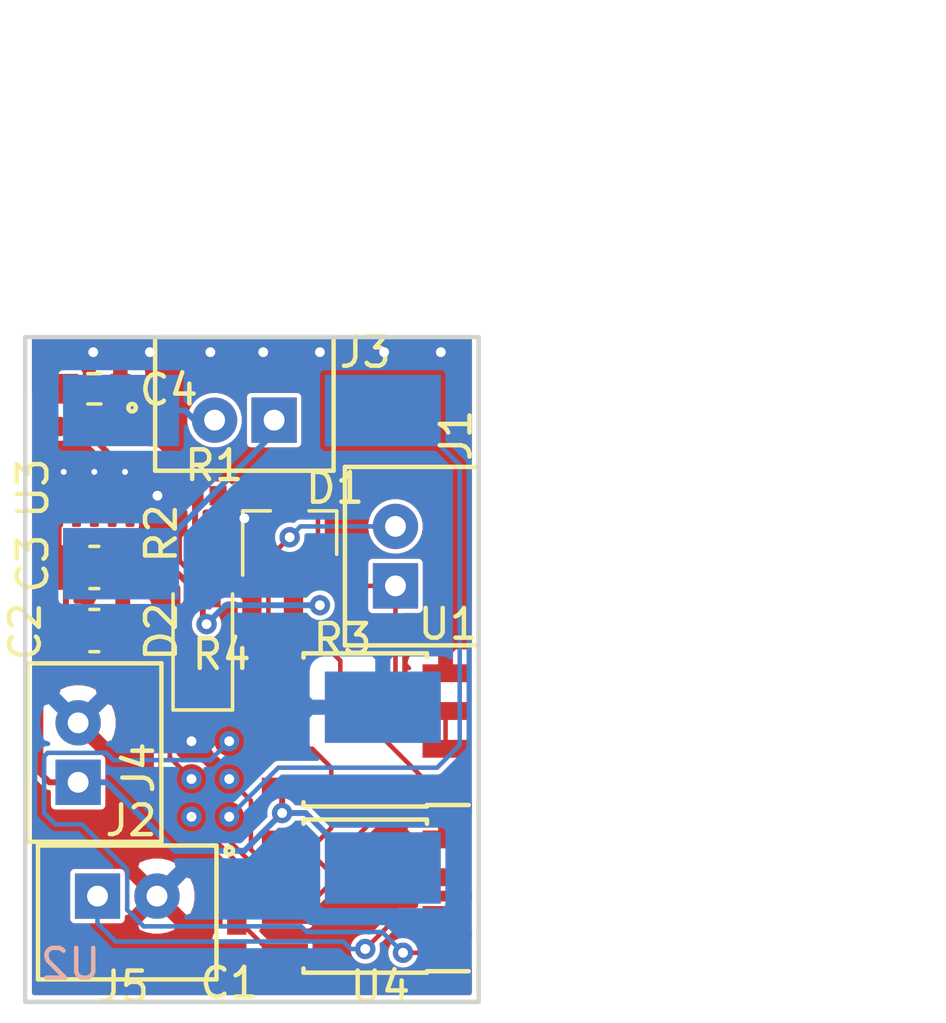
<source format=kicad_pcb>
(kicad_pcb (version 20171130) (host pcbnew "(2018-01-31 revision e69ddf0)-master")

  (general
    (thickness 1.6002)
    (drawings 8)
    (tracks 167)
    (zones 0)
    (modules 19)
    (nets 14)
  )

  (page USLetter)
  (layers
    (0 F.Cu signal)
    (31 B.Cu signal)
    (32 B.Adhes user)
    (33 F.Adhes user)
    (34 B.Paste user)
    (35 F.Paste user)
    (36 B.SilkS user)
    (37 F.SilkS user)
    (38 B.Mask user)
    (39 F.Mask user)
    (40 Dwgs.User user)
    (41 Cmts.User user)
    (42 Eco1.User user)
    (43 Eco2.User user)
    (44 Edge.Cuts user)
    (45 Margin user)
    (46 B.CrtYd user)
    (47 F.CrtYd user)
    (48 B.Fab user)
    (49 F.Fab user)
  )

  (setup
    (last_trace_width 0.1524)
    (trace_clearance 0.1524)
    (zone_clearance 0.1524)
    (zone_45_only yes)
    (trace_min 0.1524)
    (segment_width 0.2)
    (edge_width 0.15)
    (via_size 0.6858)
    (via_drill 0.3302)
    (via_min_size 0.508)
    (via_min_drill 0.254)
    (uvia_size 0.3)
    (uvia_drill 0.1)
    (uvias_allowed no)
    (uvia_min_size 0.2)
    (uvia_min_drill 0.1)
    (pcb_text_width 0.3)
    (pcb_text_size 1.5 1.5)
    (mod_edge_width 0.15)
    (mod_text_size 1 1)
    (mod_text_width 0.15)
    (pad_size 1.524 1.524)
    (pad_drill 0.762)
    (pad_to_mask_clearance 0.0508)
    (aux_axis_origin 0 0)
    (visible_elements FFFFFFFF)
    (pcbplotparams
      (layerselection 0x010fc_ffffffff)
      (usegerberextensions false)
      (usegerberattributes false)
      (usegerberadvancedattributes false)
      (creategerberjobfile false)
      (excludeedgelayer true)
      (linewidth 0.100000)
      (plotframeref false)
      (viasonmask false)
      (mode 1)
      (useauxorigin false)
      (hpglpennumber 1)
      (hpglpenspeed 20)
      (hpglpendiameter 15)
      (psnegative false)
      (psa4output false)
      (plotreference true)
      (plotvalue true)
      (plotinvisibletext false)
      (padsonsilk false)
      (subtractmaskfromsilk false)
      (outputformat 1)
      (mirror false)
      (drillshape 1)
      (scaleselection 1)
      (outputdirectory ""))
  )

  (net 0 "")
  (net 1 /+5V_MCU)
  (net 2 GND)
  (net 3 +12V)
  (net 4 +5V)
  (net 5 /SDA_hv)
  (net 6 /SCL_hv)
  (net 7 /LED-)
  (net 8 /LED+)
  (net 9 /MOSI)
  (net 10 /LED_PWM)
  (net 11 /SCK)
  (net 12 /~RESET)
  (net 13 /SW-IN)

  (net_class Default "This is the default net class."
    (clearance 0.1524)
    (trace_width 0.1524)
    (via_dia 0.6858)
    (via_drill 0.3302)
    (uvia_dia 0.3)
    (uvia_drill 0.1)
    (add_net /+5V_MCU)
    (add_net /LED_PWM)
    (add_net /MOSI)
    (add_net /SCK)
    (add_net /SCL_hv)
    (add_net /SDA_hv)
    (add_net /SW-IN)
    (add_net /~RESET)
    (add_net GND)
  )

  (net_class 1A ""
    (clearance 0.1524)
    (trace_width 0.3)
    (via_dia 0.6858)
    (via_drill 0.3302)
    (uvia_dia 0.3)
    (uvia_drill 0.1)
  )

  (net_class 700mA ""
    (clearance 0.1524)
    (trace_width 0.2)
    (via_dia 0.6858)
    (via_drill 0.3302)
    (uvia_dia 0.3)
    (uvia_drill 0.1)
    (add_net +12V)
    (add_net +5V)
    (add_net /LED+)
    (add_net /LED-)
  )

  (module SW-LEDdynamics:Minipuck-smd (layer B.Cu) (tedit 5BBE43FD) (tstamp 5BBEBC0C)
    (at 154.432 91.948 90)
    (path /5BB4020A)
    (attr smd)
    (fp_text reference U2 (at -10.922 -6.096 180) (layer B.SilkS)
      (effects (font (size 1 1) (thickness 0.15)) (justify mirror))
    )
    (fp_text value MiniPuck (at 0 7.239 90) (layer B.Fab)
      (effects (font (size 1 1) (thickness 0.15)) (justify mirror))
    )
    (fp_line (start -10.16 -7.62) (end -10.16 7.62) (layer B.CrtYd) (width 0.05))
    (fp_line (start 10.16 -7.62) (end -10.16 -7.62) (layer B.CrtYd) (width 0.05))
    (fp_line (start 10.16 7.62) (end 10.16 -7.62) (layer B.CrtYd) (width 0.05))
    (fp_line (start -10.16 7.62) (end 10.16 7.62) (layer B.CrtYd) (width 0.05))
    (fp_text user %R (at -9.652 -1.27) (layer B.Fab)
      (effects (font (size 1 1) (thickness 0.15)) (justify mirror))
    )
    (fp_line (start -10.16 7.62) (end 10.16 7.62) (layer Dwgs.User) (width 0.15))
    (fp_line (start -10.16 -7.62) (end -10.16 7.62) (layer Dwgs.User) (width 0.15))
    (fp_line (start 10.16 -7.62) (end -10.16 -7.62) (layer Dwgs.User) (width 0.15))
    (fp_line (start 10.16 7.62) (end 10.16 -7.62) (layer Dwgs.User) (width 0.15))
    (fp_line (start -8.89 -6.35) (end -8.89 6.35) (layer B.Fab) (width 0.1))
    (fp_line (start 8.89 -6.35) (end -8.89 -6.35) (layer B.Fab) (width 0.1))
    (fp_line (start 8.89 6.35) (end 8.89 -6.35) (layer B.Fab) (width 0.1))
    (fp_line (start -8.89 6.35) (end 8.89 6.35) (layer B.Fab) (width 0.1))
    (pad 5 smd rect (at 7.69 -4.4 90) (size 2.4 3.9) (layers B.Cu B.Paste B.Mask)
      (net 7 /LED-))
    (pad 4 smd rect (at 2.54 -4.4 90) (size 2.4 3.9) (layers B.Cu B.Paste B.Mask)
      (net 8 /LED+))
    (pad 3 smd rect (at 7.69 4.4 90) (size 2.4 3.9) (layers B.Cu B.Paste B.Mask)
      (net 10 /LED_PWM))
    (pad 2 smd rect (at -2.286 4.4 90) (size 2.4 3.9) (layers B.Cu B.Paste B.Mask)
      (net 2 GND))
    (pad 1 smd rect (at -7.69 4.4 90) (size 2.4 3.9) (layers B.Cu B.Paste B.Mask)
      (net 3 +12V))
    (model ${KISWGITHUB}/SW-LEDdynamics.3dshapes/minipuck-smd.STEP
      (at (xyz 0 0 0))
      (scale (xyz 1 1 1))
      (rotate (xyz -90 0 0))
    )
  )

  (module SW-test-pads:isc-pogo-pins (layer F.Cu) (tedit 5BBDA83F) (tstamp 5BBEBEA4)
    (at 153.035 96.647 90)
    (path /5BBFC531)
    (fp_text reference J4 (at 0.381 -2.413 90) (layer F.SilkS)
      (effects (font (size 1 1) (thickness 0.15)))
    )
    (fp_text value "ISC Header" (at 6.858 0.254 90) (layer F.Fab)
      (effects (font (size 1 1) (thickness 0.15)))
    )
    (fp_text user "1.27mm spacing test pads isc" (at 3.683 -8.001 90) (layer Cmts.User) hide
      (effects (font (size 1 1) (thickness 0.15)))
    )
    (fp_text user %R (at 1.524 2.032 90) (layer F.Fab)
      (effects (font (size 1 1) (thickness 0.15)))
    )
    (fp_line (start -2.032 -1.397) (end -2.032 1.397) (layer F.CrtYd) (width 0.05))
    (fp_line (start 2.032 1.397) (end -2.032 1.397) (layer F.CrtYd) (width 0.05))
    (fp_line (start 2.032 -1.397) (end 2.032 1.397) (layer F.CrtYd) (width 0.05))
    (fp_line (start -2.032 -1.397) (end 2.032 -1.397) (layer F.CrtYd) (width 0.05))
    (fp_circle (center -2.413 0.635) (end -2.286 0.635) (layer F.SilkS) (width 0.15))
    (pad 5 smd circle (at 1.27 0.635 90) (size 1 1) (layers F.Cu F.Paste F.Mask)
      (net 12 /~RESET) (zone_connect 2))
    (pad 3 smd circle (at 0 0.635 90) (size 1 1) (layers F.Cu F.Paste F.Mask)
      (net 11 /SCK) (zone_connect 2))
    (pad 1 smd circle (at -1.27 0.635 90) (size 1 1) (layers F.Cu F.Paste F.Mask)
      (net 10 /LED_PWM) (zone_connect 2))
    (pad 6 smd circle (at 1.27 -0.635 90) (size 1 1) (layers F.Cu F.Paste F.Mask)
      (net 2 GND) (zone_connect 2))
    (pad 4 smd circle (at 0 -0.635 90) (size 1 1) (layers F.Cu F.Paste F.Mask)
      (net 9 /MOSI) (zone_connect 2))
    (pad 2 smd circle (at -1.27 -0.635 90) (size 1 1) (layers F.Cu F.Paste F.Mask)
      (net 1 /+5V_MCU) (zone_connect 2))
  )

  (module SW-Texas:SIL0010A (layer F.Cu) (tedit 5BBDA728) (tstamp 5BBF2229)
    (at 149.134991 86.321197 270)
    (descr www.ti.com/lit/ml/mpds579b.pdf)
    (tags "uSiP MicroSIP")
    (path /5BBE7936)
    (fp_text reference U3 (at 0.546803 2.068991 90) (layer F.SilkS)
      (effects (font (size 1 1) (thickness 0.15)))
    )
    (fp_text value LMZM23600V5SILT (at 0 -2.032 270) (layer F.Fab)
      (effects (font (size 0.5 0.5) (thickness 0.05)))
    )
    (fp_line (start -0.762 -1.524) (end -1.143 -1.143) (layer F.Fab) (width 0.1))
    (fp_line (start 1.143 -1.524) (end -0.762 -1.524) (layer F.Fab) (width 0.1))
    (fp_line (start 1.143 1.397) (end 1.143 -1.524) (layer F.Fab) (width 0.1))
    (fp_line (start -1.143 1.397) (end 1.143 1.397) (layer F.Fab) (width 0.1))
    (fp_line (start -1.143 -1.143) (end -1.143 1.397) (layer F.Fab) (width 0.1))
    (fp_text user %R (at 0 0 270) (layer F.Fab)
      (effects (font (size 0.5 0.5) (thickness 0.1)))
    )
    (fp_circle (center -2.159 -1.27) (end -2.159 -1.397) (layer F.SilkS) (width 0.15))
    (fp_line (start -1.925 1.7) (end -1.925 -1.7) (layer F.CrtYd) (width 0.05))
    (fp_line (start 1.925 1.7) (end -1.925 1.7) (layer F.CrtYd) (width 0.05))
    (fp_line (start 1.925 -1.7) (end 1.925 1.7) (layer F.CrtYd) (width 0.05))
    (fp_line (start -1.925 -1.7) (end 1.925 -1.7) (layer F.CrtYd) (width 0.05))
    (pad 11 thru_hole circle (at 0 1.03 270) (size 0.3 0.3) (drill 0.2) (layers *.Cu *.Mask)
      (net 2 GND) (zone_connect 2))
    (pad 11 thru_hole circle (at 0 -1.03 270) (size 0.3 0.3) (drill 0.2) (layers *.Cu *.Mask)
      (net 2 GND) (zone_connect 2))
    (pad 11 thru_hole circle (at 0 0 270) (size 0.3 0.3) (drill 0.2) (layers *.Cu *.Mask)
      (net 2 GND) (zone_connect 2))
    (pad 11 smd roundrect (at 0 0 270) (size 0.7 2.9) (layers F.Cu F.Paste F.Mask)(roundrect_rratio 0.1)
      (net 2 GND) (zone_connect 2))
    (pad 10 smd roundrect (at 1.525 -1.2 270) (size 0.65 0.3) (layers F.Cu F.Paste F.Mask)(roundrect_rratio 0.17))
    (pad 9 smd roundrect (at 1.525 -0.6 270) (size 0.65 0.3) (layers F.Cu F.Paste F.Mask)(roundrect_rratio 0.17))
    (pad 8 smd roundrect (at 1.525 0 270) (size 0.65 0.3) (layers F.Cu F.Paste F.Mask)(roundrect_rratio 0.17))
    (pad 7 smd roundrect (at 1.525 0.6 270) (size 0.65 0.3) (layers F.Cu F.Paste F.Mask)(roundrect_rratio 0.17)
      (net 4 +5V))
    (pad 6 smd roundrect (at 1.525 1.2 270) (size 0.65 0.3) (layers F.Cu F.Paste F.Mask)(roundrect_rratio 0.17)
      (net 4 +5V))
    (pad 5 smd roundrect (at -1.525 1.2 270) (size 0.65 0.3) (layers F.Cu F.Paste F.Mask)(roundrect_rratio 0.17))
    (pad 4 smd roundrect (at -1.525 0.6 270) (size 0.65 0.3) (layers F.Cu F.Paste F.Mask)(roundrect_rratio 0.17)
      (net 3 +12V))
    (pad 3 smd roundrect (at -1.525 0 270) (size 0.65 0.3) (layers F.Cu F.Paste F.Mask)(roundrect_rratio 0.17)
      (net 3 +12V))
    (pad 2 smd roundrect (at -1.525 -0.6 270) (size 0.65 0.3) (layers F.Cu F.Paste F.Mask)(roundrect_rratio 0.17)
      (net 2 GND))
    (pad 1 smd roundrect (at -1.525 -1.2 270) (size 0.65 0.3) (layers F.Cu F.Paste F.Mask)(roundrect_rratio 0.17)
      (net 2 GND))
    (model ${KISWGITHUB}/SW-Texas.3dshapes/SIL0010A.stp
      (at (xyz 0 0 0))
      (scale (xyz 1 1 1))
      (rotate (xyz 0 0 0))
    )
  )

  (module Capacitor_SMD:C_0402_1005Metric (layer F.Cu) (tedit 5A002D62) (tstamp 5BBEBD25)
    (at 153.924 101.981 270)
    (descr "Capacitor SMD 0402 (1005 Metric), square (rectangular) end terminal, IPC_7351 nominal, (Body size source: http://www.tortai-tech.com/upload/download/2011102023233369053.pdf), generated with kicad-footprint-generator")
    (tags capacitor)
    (path /5BBA098C)
    (attr smd)
    (fp_text reference C1 (at 1.524 0.254) (layer F.SilkS)
      (effects (font (size 1 1) (thickness 0.15)))
    )
    (fp_text value 0.1uF (at 2.032 1.27) (layer F.Fab)
      (effects (font (size 1 1) (thickness 0.15)))
    )
    (fp_line (start -0.5 0.25) (end -0.5 -0.25) (layer F.Fab) (width 0.1))
    (fp_line (start -0.5 -0.25) (end 0.5 -0.25) (layer F.Fab) (width 0.1))
    (fp_line (start 0.5 -0.25) (end 0.5 0.25) (layer F.Fab) (width 0.1))
    (fp_line (start 0.5 0.25) (end -0.5 0.25) (layer F.Fab) (width 0.1))
    (fp_line (start -0.82 0.48) (end -0.82 -0.48) (layer F.CrtYd) (width 0.05))
    (fp_line (start -0.82 -0.48) (end 0.82 -0.48) (layer F.CrtYd) (width 0.05))
    (fp_line (start 0.82 -0.48) (end 0.82 0.48) (layer F.CrtYd) (width 0.05))
    (fp_line (start 0.82 0.48) (end -0.82 0.48) (layer F.CrtYd) (width 0.05))
    (fp_text user %R (at 0 -0.88 270) (layer F.Fab)
      (effects (font (size 0.5 0.5) (thickness 0.08)))
    )
    (pad 1 smd rect (at -0.3875 0 270) (size 0.575 0.65) (layers F.Cu F.Paste F.Mask)
      (net 1 /+5V_MCU))
    (pad 2 smd rect (at 0.3875 0 270) (size 0.575 0.65) (layers F.Cu F.Paste F.Mask)
      (net 2 GND))
    (model ${KISYS3DMOD}/Capacitor_SMD.3dshapes/C_0402_1005Metric.wrl
      (at (xyz 0 0 0))
      (scale (xyz 1 1 1))
      (rotate (xyz 0 0 0))
    )
  )

  (module Package_TO_SOT_SMD:SOT-23 (layer F.Cu) (tedit 5A02FF57) (tstamp 5BBEBC8F)
    (at 155.702 88.392 90)
    (descr "SOT-23, Standard")
    (tags SOT-23)
    (path /5BB79E4E)
    (attr smd)
    (fp_text reference D1 (at 1.524 1.524) (layer F.SilkS)
      (effects (font (size 1 1) (thickness 0.15)))
    )
    (fp_text value BAT54A (at 0.508 6.858 -180) (layer F.Fab)
      (effects (font (size 1 1) (thickness 0.15)))
    )
    (fp_text user %R (at 0 0 -180) (layer F.Fab)
      (effects (font (size 0.5 0.5) (thickness 0.075)))
    )
    (fp_line (start -0.7 -0.95) (end -0.7 1.5) (layer F.Fab) (width 0.1))
    (fp_line (start -0.15 -1.52) (end 0.7 -1.52) (layer F.Fab) (width 0.1))
    (fp_line (start -0.7 -0.95) (end -0.15 -1.52) (layer F.Fab) (width 0.1))
    (fp_line (start 0.7 -1.52) (end 0.7 1.52) (layer F.Fab) (width 0.1))
    (fp_line (start -0.7 1.52) (end 0.7 1.52) (layer F.Fab) (width 0.1))
    (fp_line (start 0.76 1.58) (end 0.76 0.65) (layer F.SilkS) (width 0.12))
    (fp_line (start 0.76 -1.58) (end 0.76 -0.65) (layer F.SilkS) (width 0.12))
    (fp_line (start -1.7 -1.75) (end 1.7 -1.75) (layer F.CrtYd) (width 0.05))
    (fp_line (start 1.7 -1.75) (end 1.7 1.75) (layer F.CrtYd) (width 0.05))
    (fp_line (start 1.7 1.75) (end -1.7 1.75) (layer F.CrtYd) (width 0.05))
    (fp_line (start -1.7 1.75) (end -1.7 -1.75) (layer F.CrtYd) (width 0.05))
    (fp_line (start 0.76 -1.58) (end -1.4 -1.58) (layer F.SilkS) (width 0.12))
    (fp_line (start 0.76 1.58) (end -0.7 1.58) (layer F.SilkS) (width 0.12))
    (pad 1 smd rect (at -1 -0.95 90) (size 0.9 0.8) (layers F.Cu F.Paste F.Mask)
      (net 5 /SDA_hv))
    (pad 2 smd rect (at -1 0.95 90) (size 0.9 0.8) (layers F.Cu F.Paste F.Mask)
      (net 6 /SCL_hv))
    (pad 3 smd rect (at 1 0 90) (size 0.9 0.8) (layers F.Cu F.Paste F.Mask)
      (net 2 GND))
    (model ${KISYS3DMOD}/Package_TO_SOT_SMD.3dshapes/SOT-23.wrl
      (at (xyz 0 0 0))
      (scale (xyz 1 1 1))
      (rotate (xyz 0 0 0))
    )
  )

  (module Diode_SMD:D_SOD-123 (layer F.Cu) (tedit 58645DC7) (tstamp 5BBEBE2E)
    (at 152.781 92.075 90)
    (descr SOD-123)
    (tags SOD-123)
    (path /5BBFC9A4)
    (attr smd)
    (fp_text reference D2 (at 0.381 -1.397 90) (layer F.SilkS)
      (effects (font (size 1 1) (thickness 0.15)))
    )
    (fp_text value MBR0520LT (at 0 -3.302 90) (layer F.Fab)
      (effects (font (size 1 1) (thickness 0.15)))
    )
    (fp_text user %R (at 0 -2 90) (layer F.Fab)
      (effects (font (size 1 1) (thickness 0.15)))
    )
    (fp_line (start -2.25 -1) (end -2.25 1) (layer F.SilkS) (width 0.12))
    (fp_line (start 0.25 0) (end 0.75 0) (layer F.Fab) (width 0.1))
    (fp_line (start 0.25 0.4) (end -0.35 0) (layer F.Fab) (width 0.1))
    (fp_line (start 0.25 -0.4) (end 0.25 0.4) (layer F.Fab) (width 0.1))
    (fp_line (start -0.35 0) (end 0.25 -0.4) (layer F.Fab) (width 0.1))
    (fp_line (start -0.35 0) (end -0.35 0.55) (layer F.Fab) (width 0.1))
    (fp_line (start -0.35 0) (end -0.35 -0.55) (layer F.Fab) (width 0.1))
    (fp_line (start -0.75 0) (end -0.35 0) (layer F.Fab) (width 0.1))
    (fp_line (start -1.4 0.9) (end -1.4 -0.9) (layer F.Fab) (width 0.1))
    (fp_line (start 1.4 0.9) (end -1.4 0.9) (layer F.Fab) (width 0.1))
    (fp_line (start 1.4 -0.9) (end 1.4 0.9) (layer F.Fab) (width 0.1))
    (fp_line (start -1.4 -0.9) (end 1.4 -0.9) (layer F.Fab) (width 0.1))
    (fp_line (start -2.35 -1.15) (end 2.35 -1.15) (layer F.CrtYd) (width 0.05))
    (fp_line (start 2.35 -1.15) (end 2.35 1.15) (layer F.CrtYd) (width 0.05))
    (fp_line (start 2.35 1.15) (end -2.35 1.15) (layer F.CrtYd) (width 0.05))
    (fp_line (start -2.35 -1.15) (end -2.35 1.15) (layer F.CrtYd) (width 0.05))
    (fp_line (start -2.25 1) (end 1.65 1) (layer F.SilkS) (width 0.12))
    (fp_line (start -2.25 -1) (end 1.65 -1) (layer F.SilkS) (width 0.12))
    (pad 1 smd rect (at -1.65 0 90) (size 0.9 1.2) (layers F.Cu F.Paste F.Mask)
      (net 1 /+5V_MCU))
    (pad 2 smd rect (at 1.65 0 90) (size 0.9 1.2) (layers F.Cu F.Paste F.Mask)
      (net 4 +5V))
    (model ${KISYS3DMOD}/Diode_SMD.3dshapes/D_SOD-123.wrl
      (at (xyz 0 0 0))
      (scale (xyz 1 1 1))
      (rotate (xyz 0 0 0))
    )
  )

  (module Resistor_SMD:R_0402_1005Metric (layer F.Cu) (tedit 5A002D62) (tstamp 5BBEBC44)
    (at 152.908 87.122 180)
    (descr "Resistor SMD 0402 (1005 Metric), square (rectangular) end terminal, IPC_7351 nominal, (Body size source: http://www.tortai-tech.com/upload/download/2011102023233369053.pdf), generated with kicad-footprint-generator")
    (tags resistor)
    (path /5BB6DE27)
    (attr smd)
    (fp_text reference R1 (at -0.254 1.016 180) (layer F.SilkS)
      (effects (font (size 1 1) (thickness 0.15)))
    )
    (fp_text value 750Ω (at 4.064 0 180) (layer F.Fab)
      (effects (font (size 1 1) (thickness 0.15)))
    )
    (fp_text user %R (at 0 -0.88 180) (layer F.Fab)
      (effects (font (size 0.5 0.5) (thickness 0.08)))
    )
    (fp_line (start 0.82 0.48) (end -0.82 0.48) (layer F.CrtYd) (width 0.05))
    (fp_line (start 0.82 -0.48) (end 0.82 0.48) (layer F.CrtYd) (width 0.05))
    (fp_line (start -0.82 -0.48) (end 0.82 -0.48) (layer F.CrtYd) (width 0.05))
    (fp_line (start -0.82 0.48) (end -0.82 -0.48) (layer F.CrtYd) (width 0.05))
    (fp_line (start 0.5 0.25) (end -0.5 0.25) (layer F.Fab) (width 0.1))
    (fp_line (start 0.5 -0.25) (end 0.5 0.25) (layer F.Fab) (width 0.1))
    (fp_line (start -0.5 -0.25) (end 0.5 -0.25) (layer F.Fab) (width 0.1))
    (fp_line (start -0.5 0.25) (end -0.5 -0.25) (layer F.Fab) (width 0.1))
    (pad 2 smd rect (at 0.3875 0 180) (size 0.575 0.65) (layers F.Cu F.Paste F.Mask)
      (net 3 +12V))
    (pad 1 smd rect (at -0.3875 0 180) (size 0.575 0.65) (layers F.Cu F.Paste F.Mask)
      (net 6 /SCL_hv))
    (model ${KISYS3DMOD}/Resistor_SMD.3dshapes/R_0402_1005Metric.wrl
      (at (xyz 0 0 0))
      (scale (xyz 1 1 1))
      (rotate (xyz 0 0 0))
    )
  )

  (module Resistor_SMD:R_0402_1005Metric (layer F.Cu) (tedit 5A002D62) (tstamp 5BBEBD4F)
    (at 152.908 88.9 180)
    (descr "Resistor SMD 0402 (1005 Metric), square (rectangular) end terminal, IPC_7351 nominal, (Body size source: http://www.tortai-tech.com/upload/download/2011102023233369053.pdf), generated with kicad-footprint-generator")
    (tags resistor)
    (path /5BB6DD3A)
    (attr smd)
    (fp_text reference R2 (at 1.524 0.508 270) (layer F.SilkS)
      (effects (font (size 1 1) (thickness 0.15)))
    )
    (fp_text value 750Ω (at 0 1.5 180) (layer F.Fab)
      (effects (font (size 1 1) (thickness 0.15)))
    )
    (fp_line (start -0.5 0.25) (end -0.5 -0.25) (layer F.Fab) (width 0.1))
    (fp_line (start -0.5 -0.25) (end 0.5 -0.25) (layer F.Fab) (width 0.1))
    (fp_line (start 0.5 -0.25) (end 0.5 0.25) (layer F.Fab) (width 0.1))
    (fp_line (start 0.5 0.25) (end -0.5 0.25) (layer F.Fab) (width 0.1))
    (fp_line (start -0.82 0.48) (end -0.82 -0.48) (layer F.CrtYd) (width 0.05))
    (fp_line (start -0.82 -0.48) (end 0.82 -0.48) (layer F.CrtYd) (width 0.05))
    (fp_line (start 0.82 -0.48) (end 0.82 0.48) (layer F.CrtYd) (width 0.05))
    (fp_line (start 0.82 0.48) (end -0.82 0.48) (layer F.CrtYd) (width 0.05))
    (fp_text user %R (at 0 -0.88 180) (layer F.Fab)
      (effects (font (size 0.5 0.5) (thickness 0.08)))
    )
    (pad 1 smd rect (at -0.3875 0 180) (size 0.575 0.65) (layers F.Cu F.Paste F.Mask)
      (net 5 /SDA_hv))
    (pad 2 smd rect (at 0.3875 0 180) (size 0.575 0.65) (layers F.Cu F.Paste F.Mask)
      (net 3 +12V))
    (model ${KISYS3DMOD}/Resistor_SMD.3dshapes/R_0402_1005Metric.wrl
      (at (xyz 0 0 0))
      (scale (xyz 1 1 1))
      (rotate (xyz 0 0 0))
    )
  )

  (module Resistor_SMD:R_0402_1005Metric (layer F.Cu) (tedit 5A002D62) (tstamp 5BBEBDDF)
    (at 155.829 91.186 90)
    (descr "Resistor SMD 0402 (1005 Metric), square (rectangular) end terminal, IPC_7351 nominal, (Body size source: http://www.tortai-tech.com/upload/download/2011102023233369053.pdf), generated with kicad-footprint-generator")
    (tags resistor)
    (path /5BB672B4)
    (attr smd)
    (fp_text reference R3 (at -0.762 1.651 180) (layer F.SilkS)
      (effects (font (size 1 1) (thickness 0.15)))
    )
    (fp_text value 10kΩ (at 0 1.5 90) (layer F.Fab)
      (effects (font (size 1 1) (thickness 0.15)))
    )
    (fp_text user %R (at 0 -0.88 90) (layer F.Fab)
      (effects (font (size 0.5 0.5) (thickness 0.08)))
    )
    (fp_line (start 0.82 0.48) (end -0.82 0.48) (layer F.CrtYd) (width 0.05))
    (fp_line (start 0.82 -0.48) (end 0.82 0.48) (layer F.CrtYd) (width 0.05))
    (fp_line (start -0.82 -0.48) (end 0.82 -0.48) (layer F.CrtYd) (width 0.05))
    (fp_line (start -0.82 0.48) (end -0.82 -0.48) (layer F.CrtYd) (width 0.05))
    (fp_line (start 0.5 0.25) (end -0.5 0.25) (layer F.Fab) (width 0.1))
    (fp_line (start 0.5 -0.25) (end 0.5 0.25) (layer F.Fab) (width 0.1))
    (fp_line (start -0.5 -0.25) (end 0.5 -0.25) (layer F.Fab) (width 0.1))
    (fp_line (start -0.5 0.25) (end -0.5 -0.25) (layer F.Fab) (width 0.1))
    (pad 2 smd rect (at 0.3875 0 90) (size 0.575 0.65) (layers F.Cu F.Paste F.Mask)
      (net 4 +5V))
    (pad 1 smd rect (at -0.3875 0 90) (size 0.575 0.65) (layers F.Cu F.Paste F.Mask)
      (net 11 /SCK))
    (model ${KISYS3DMOD}/Resistor_SMD.3dshapes/R_0402_1005Metric.wrl
      (at (xyz 0 0 0))
      (scale (xyz 1 1 1))
      (rotate (xyz 0 0 0))
    )
  )

  (module Resistor_SMD:R_0402_1005Metric (layer F.Cu) (tedit 5A002D62) (tstamp 5BBEBD79)
    (at 154.432 91.186 90)
    (descr "Resistor SMD 0402 (1005 Metric), square (rectangular) end terminal, IPC_7351 nominal, (Body size source: http://www.tortai-tech.com/upload/download/2011102023233369053.pdf), generated with kicad-footprint-generator")
    (tags resistor)
    (path /5BB671F8)
    (attr smd)
    (fp_text reference R4 (at -1.27 -1.016 180) (layer F.SilkS)
      (effects (font (size 1 1) (thickness 0.15)))
    )
    (fp_text value 10kΩ (at 0 1.5 90) (layer F.Fab)
      (effects (font (size 1 1) (thickness 0.15)))
    )
    (fp_line (start -0.5 0.25) (end -0.5 -0.25) (layer F.Fab) (width 0.1))
    (fp_line (start -0.5 -0.25) (end 0.5 -0.25) (layer F.Fab) (width 0.1))
    (fp_line (start 0.5 -0.25) (end 0.5 0.25) (layer F.Fab) (width 0.1))
    (fp_line (start 0.5 0.25) (end -0.5 0.25) (layer F.Fab) (width 0.1))
    (fp_line (start -0.82 0.48) (end -0.82 -0.48) (layer F.CrtYd) (width 0.05))
    (fp_line (start -0.82 -0.48) (end 0.82 -0.48) (layer F.CrtYd) (width 0.05))
    (fp_line (start 0.82 -0.48) (end 0.82 0.48) (layer F.CrtYd) (width 0.05))
    (fp_line (start 0.82 0.48) (end -0.82 0.48) (layer F.CrtYd) (width 0.05))
    (fp_text user %R (at 0 -0.88 90) (layer F.Fab)
      (effects (font (size 0.5 0.5) (thickness 0.08)))
    )
    (pad 1 smd rect (at -0.3875 0 90) (size 0.575 0.65) (layers F.Cu F.Paste F.Mask)
      (net 9 /MOSI))
    (pad 2 smd rect (at 0.3875 0 90) (size 0.575 0.65) (layers F.Cu F.Paste F.Mask)
      (net 4 +5V))
    (model ${KISYS3DMOD}/Resistor_SMD.3dshapes/R_0402_1005Metric.wrl
      (at (xyz 0 0 0))
      (scale (xyz 1 1 1))
      (rotate (xyz 0 0 0))
    )
  )

  (module Package_SOIC:SOIC-8_3.9x4.9mm_P1.27mm (layer F.Cu) (tedit 5A02F2D3) (tstamp 5BBEBBBF)
    (at 158.242 94.996 180)
    (descr "8-Lead Plastic Small Outline (SN) - Narrow, 3.90 mm Body [SOIC] (see Microchip Packaging Specification 00000049BS.pdf)")
    (tags "SOIC 1.27")
    (path /5BB51DE4)
    (attr smd)
    (fp_text reference U1 (at -2.794 3.556 180) (layer F.SilkS)
      (effects (font (size 1 1) (thickness 0.15)))
    )
    (fp_text value P82B96 (at -7.62 0.508 180) (layer F.Fab)
      (effects (font (size 1 1) (thickness 0.15)))
    )
    (fp_line (start -2.075 -2.525) (end -3.475 -2.525) (layer F.SilkS) (width 0.15))
    (fp_line (start -2.075 2.575) (end 2.075 2.575) (layer F.SilkS) (width 0.15))
    (fp_line (start -2.075 -2.575) (end 2.075 -2.575) (layer F.SilkS) (width 0.15))
    (fp_line (start -2.075 2.575) (end -2.075 2.43) (layer F.SilkS) (width 0.15))
    (fp_line (start 2.075 2.575) (end 2.075 2.43) (layer F.SilkS) (width 0.15))
    (fp_line (start 2.075 -2.575) (end 2.075 -2.43) (layer F.SilkS) (width 0.15))
    (fp_line (start -2.075 -2.575) (end -2.075 -2.525) (layer F.SilkS) (width 0.15))
    (fp_line (start -3.73 2.7) (end 3.73 2.7) (layer F.CrtYd) (width 0.05))
    (fp_line (start -3.73 -2.7) (end 3.73 -2.7) (layer F.CrtYd) (width 0.05))
    (fp_line (start 3.73 -2.7) (end 3.73 2.7) (layer F.CrtYd) (width 0.05))
    (fp_line (start -3.73 -2.7) (end -3.73 2.7) (layer F.CrtYd) (width 0.05))
    (fp_line (start -1.95 -1.45) (end -0.95 -2.45) (layer F.Fab) (width 0.1))
    (fp_line (start -1.95 2.45) (end -1.95 -1.45) (layer F.Fab) (width 0.1))
    (fp_line (start 1.95 2.45) (end -1.95 2.45) (layer F.Fab) (width 0.1))
    (fp_line (start 1.95 -2.45) (end 1.95 2.45) (layer F.Fab) (width 0.1))
    (fp_line (start -0.95 -2.45) (end 1.95 -2.45) (layer F.Fab) (width 0.1))
    (fp_text user %R (at 0 0 180) (layer F.Fab)
      (effects (font (size 1 1) (thickness 0.15)))
    )
    (pad 8 smd rect (at 2.7 -1.905 180) (size 1.55 0.6) (layers F.Cu F.Paste F.Mask)
      (net 3 +12V))
    (pad 7 smd rect (at 2.7 -0.635 180) (size 1.55 0.6) (layers F.Cu F.Paste F.Mask)
      (net 9 /MOSI))
    (pad 6 smd rect (at 2.7 0.635 180) (size 1.55 0.6) (layers F.Cu F.Paste F.Mask)
      (net 5 /SDA_hv))
    (pad 5 smd rect (at 2.7 1.905 180) (size 1.55 0.6) (layers F.Cu F.Paste F.Mask)
      (net 5 /SDA_hv))
    (pad 4 smd rect (at -2.7 1.905 180) (size 1.55 0.6) (layers F.Cu F.Paste F.Mask)
      (net 2 GND))
    (pad 3 smd rect (at -2.7 0.635 180) (size 1.55 0.6) (layers F.Cu F.Paste F.Mask)
      (net 6 /SCL_hv))
    (pad 2 smd rect (at -2.7 -0.635 180) (size 1.55 0.6) (layers F.Cu F.Paste F.Mask)
      (net 6 /SCL_hv))
    (pad 1 smd rect (at -2.7 -1.905 180) (size 1.55 0.6) (layers F.Cu F.Paste F.Mask)
      (net 11 /SCK))
    (model ${KISYS3DMOD}/Package_SOIC.3dshapes/SOIC-8_3.9x4.9mm_P1.27mm.wrl
      (at (xyz 0 0 0))
      (scale (xyz 1 1 1))
      (rotate (xyz 0 0 0))
    )
  )

  (module Package_SOIC:SOIC-8_3.9x4.9mm_P1.27mm (layer F.Cu) (tedit 5A02F2D3) (tstamp 5BBEBB02)
    (at 158.242 100.584 180)
    (descr "8-Lead Plastic Small Outline (SN) - Narrow, 3.90 mm Body [SOIC] (see Microchip Packaging Specification 00000049BS.pdf)")
    (tags "SOIC 1.27")
    (path /5BB403F3)
    (attr smd)
    (fp_text reference U4 (at -0.508 -3.048) (layer F.SilkS)
      (effects (font (size 1 1) (thickness 0.15)))
    )
    (fp_text value ATTINY85-20SU (at -10.16 0 180) (layer F.Fab)
      (effects (font (size 1 1) (thickness 0.15)))
    )
    (fp_text user %R (at 0 0 180) (layer F.Fab)
      (effects (font (size 1 1) (thickness 0.15)))
    )
    (fp_line (start -0.95 -2.45) (end 1.95 -2.45) (layer F.Fab) (width 0.1))
    (fp_line (start 1.95 -2.45) (end 1.95 2.45) (layer F.Fab) (width 0.1))
    (fp_line (start 1.95 2.45) (end -1.95 2.45) (layer F.Fab) (width 0.1))
    (fp_line (start -1.95 2.45) (end -1.95 -1.45) (layer F.Fab) (width 0.1))
    (fp_line (start -1.95 -1.45) (end -0.95 -2.45) (layer F.Fab) (width 0.1))
    (fp_line (start -3.73 -2.7) (end -3.73 2.7) (layer F.CrtYd) (width 0.05))
    (fp_line (start 3.73 -2.7) (end 3.73 2.7) (layer F.CrtYd) (width 0.05))
    (fp_line (start -3.73 -2.7) (end 3.73 -2.7) (layer F.CrtYd) (width 0.05))
    (fp_line (start -3.73 2.7) (end 3.73 2.7) (layer F.CrtYd) (width 0.05))
    (fp_line (start -2.075 -2.575) (end -2.075 -2.525) (layer F.SilkS) (width 0.15))
    (fp_line (start 2.075 -2.575) (end 2.075 -2.43) (layer F.SilkS) (width 0.15))
    (fp_line (start 2.075 2.575) (end 2.075 2.43) (layer F.SilkS) (width 0.15))
    (fp_line (start -2.075 2.575) (end -2.075 2.43) (layer F.SilkS) (width 0.15))
    (fp_line (start -2.075 -2.575) (end 2.075 -2.575) (layer F.SilkS) (width 0.15))
    (fp_line (start -2.075 2.575) (end 2.075 2.575) (layer F.SilkS) (width 0.15))
    (fp_line (start -2.075 -2.525) (end -3.475 -2.525) (layer F.SilkS) (width 0.15))
    (pad 1 smd rect (at -2.7 -1.905 180) (size 1.55 0.6) (layers F.Cu F.Paste F.Mask)
      (net 12 /~RESET))
    (pad 2 smd rect (at -2.7 -0.635 180) (size 1.55 0.6) (layers F.Cu F.Paste F.Mask)
      (net 13 /SW-IN))
    (pad 3 smd rect (at -2.7 0.635 180) (size 1.55 0.6) (layers F.Cu F.Paste F.Mask))
    (pad 4 smd rect (at -2.7 1.905 180) (size 1.55 0.6) (layers F.Cu F.Paste F.Mask)
      (net 2 GND))
    (pad 5 smd rect (at 2.7 1.905 180) (size 1.55 0.6) (layers F.Cu F.Paste F.Mask)
      (net 9 /MOSI))
    (pad 6 smd rect (at 2.7 0.635 180) (size 1.55 0.6) (layers F.Cu F.Paste F.Mask)
      (net 10 /LED_PWM))
    (pad 7 smd rect (at 2.7 -0.635 180) (size 1.55 0.6) (layers F.Cu F.Paste F.Mask)
      (net 11 /SCK))
    (pad 8 smd rect (at 2.7 -1.905 180) (size 1.55 0.6) (layers F.Cu F.Paste F.Mask)
      (net 1 /+5V_MCU))
    (model ${KISYS3DMOD}/Package_SOIC.3dshapes/SOIC-8_3.9x4.9mm_P1.27mm.wrl
      (at (xyz 0 0 0))
      (scale (xyz 1 1 1))
      (rotate (xyz 0 0 0))
    )
  )

  (module Capacitor_SMD:C_0805_2012Metric (layer F.Cu) (tedit 59FE48B8) (tstamp 5BBF230A)
    (at 149.134991 91.655197)
    (descr "Capacitor SMD 0805 (2012 Metric), square (rectangular) end terminal, IPC_7351 nominal, (Body size source: http://www.tortai-tech.com/upload/download/2011102023233369053.pdf), generated with kicad-footprint-generator")
    (tags capacitor)
    (path /5BBE0789)
    (attr smd)
    (fp_text reference C2 (at -2.322991 0.038803 90) (layer F.SilkS)
      (effects (font (size 1 1) (thickness 0.15)))
    )
    (fp_text value 22uF (at 0 1.85) (layer F.Fab)
      (effects (font (size 1 1) (thickness 0.15)))
    )
    (fp_line (start -1 0.6) (end -1 -0.6) (layer F.Fab) (width 0.1))
    (fp_line (start -1 -0.6) (end 1 -0.6) (layer F.Fab) (width 0.1))
    (fp_line (start 1 -0.6) (end 1 0.6) (layer F.Fab) (width 0.1))
    (fp_line (start 1 0.6) (end -1 0.6) (layer F.Fab) (width 0.1))
    (fp_line (start -0.15 -0.71) (end 0.15 -0.71) (layer F.SilkS) (width 0.12))
    (fp_line (start -0.15 0.71) (end 0.15 0.71) (layer F.SilkS) (width 0.12))
    (fp_line (start -1.69 1) (end -1.69 -1) (layer F.CrtYd) (width 0.05))
    (fp_line (start -1.69 -1) (end 1.69 -1) (layer F.CrtYd) (width 0.05))
    (fp_line (start 1.69 -1) (end 1.69 1) (layer F.CrtYd) (width 0.05))
    (fp_line (start 1.69 1) (end -1.69 1) (layer F.CrtYd) (width 0.05))
    (fp_text user %R (at 0 0) (layer F.Fab)
      (effects (font (size 0.5 0.5) (thickness 0.08)))
    )
    (pad 1 smd rect (at -0.955 0) (size 0.97 1.5) (layers F.Cu F.Paste F.Mask)
      (net 4 +5V))
    (pad 2 smd rect (at 0.955 0) (size 0.97 1.5) (layers F.Cu F.Paste F.Mask)
      (net 2 GND))
    (model ${KISYS3DMOD}/Capacitor_SMD.3dshapes/C_0805_2012Metric.wrl
      (at (xyz 0 0 0))
      (scale (xyz 1 1 1))
      (rotate (xyz 0 0 0))
    )
  )

  (module SW-JST:JST-2pole (layer F.Cu) (tedit 5BB7FE41) (tstamp 5BB9A476)
    (at 159.258 89.154 90)
    (descr https://www.sparkfun.com/datasheets/Prototyping/Connectors/JST%282%29-01548.pdf)
    (tags "JST Sparkfun 2 pole position")
    (path /5BB4F52A)
    (fp_text reference J1 (at 4.064 2.032 270) (layer F.SilkS)
      (effects (font (size 1 1) (thickness 0.15)))
    )
    (fp_text value i2c_hv (at 0.254 1.778 90) (layer F.Fab)
      (effects (font (size 1 1) (thickness 0.15)))
    )
    (fp_line (start -3 2.8) (end -3 -1.7) (layer F.SilkS) (width 0.15))
    (fp_line (start 3 2.8) (end -3 2.8) (layer F.SilkS) (width 0.15))
    (fp_line (start 3 -1.7) (end 3 2.8) (layer F.SilkS) (width 0.15))
    (fp_line (start -3 -1.7) (end 3 -1.7) (layer F.SilkS) (width 0.15))
    (pad 2 thru_hole circle (at 1 0 90) (size 1.524 1.524) (drill 0.7) (layers *.Cu *.Mask)
      (net 5 /SDA_hv))
    (pad 1 thru_hole rect (at -1 0 90) (size 1.524 1.524) (drill 0.7) (layers *.Cu *.Mask)
      (net 6 /SCL_hv))
    (model ${KISWGITHUB}/SW-JST.3dshapes/JST-2-PTH-straight.STEP
      (offset (xyz -0 -0.7 0))
      (scale (xyz 1 1 1))
      (rotate (xyz 0 0 0))
    )
  )

  (module SW-JST:JST-2pole (layer F.Cu) (tedit 5BB7FE41) (tstamp 5BB9A47F)
    (at 148.59 95.758 90)
    (descr https://www.sparkfun.com/datasheets/Prototyping/Connectors/JST%282%29-01548.pdf)
    (tags "JST Sparkfun 2 pole position")
    (path /5BB408A1)
    (fp_text reference J2 (at -2.286 1.778 180) (layer F.SilkS)
      (effects (font (size 1 1) (thickness 0.15)))
    )
    (fp_text value "12V in" (at 0.508 3.556 90) (layer F.Fab)
      (effects (font (size 1 1) (thickness 0.15)))
    )
    (fp_line (start -3 -1.7) (end 3 -1.7) (layer F.SilkS) (width 0.15))
    (fp_line (start 3 -1.7) (end 3 2.8) (layer F.SilkS) (width 0.15))
    (fp_line (start 3 2.8) (end -3 2.8) (layer F.SilkS) (width 0.15))
    (fp_line (start -3 2.8) (end -3 -1.7) (layer F.SilkS) (width 0.15))
    (pad 1 thru_hole rect (at -1 0 90) (size 1.524 1.524) (drill 0.7) (layers *.Cu *.Mask)
      (net 3 +12V))
    (pad 2 thru_hole circle (at 1 0 90) (size 1.524 1.524) (drill 0.7) (layers *.Cu *.Mask)
      (net 2 GND))
    (model ${KISWGITHUB}/SW-JST.3dshapes/JST-2-PTH-straight.STEP
      (offset (xyz -0 -0.7 0))
      (scale (xyz 1 1 1))
      (rotate (xyz 0 0 0))
    )
  )

  (module SW-JST:JST-2pole (layer F.Cu) (tedit 5BB7FE41) (tstamp 5BB9A488)
    (at 154.178 84.582 180)
    (descr https://www.sparkfun.com/datasheets/Prototyping/Connectors/JST%282%29-01548.pdf)
    (tags "JST Sparkfun 2 pole position")
    (path /5BB5740C)
    (fp_text reference J3 (at -4.064 2.286 180) (layer F.SilkS)
      (effects (font (size 1 1) (thickness 0.15)))
    )
    (fp_text value LED (at 0 1.778 180) (layer F.Fab)
      (effects (font (size 1 1) (thickness 0.15)))
    )
    (fp_line (start -3 2.8) (end -3 -1.7) (layer F.SilkS) (width 0.15))
    (fp_line (start 3 2.8) (end -3 2.8) (layer F.SilkS) (width 0.15))
    (fp_line (start 3 -1.7) (end 3 2.8) (layer F.SilkS) (width 0.15))
    (fp_line (start -3 -1.7) (end 3 -1.7) (layer F.SilkS) (width 0.15))
    (pad 2 thru_hole circle (at 1 0 180) (size 1.524 1.524) (drill 0.7) (layers *.Cu *.Mask)
      (net 7 /LED-))
    (pad 1 thru_hole rect (at -1 0 180) (size 1.524 1.524) (drill 0.7) (layers *.Cu *.Mask)
      (net 8 /LED+))
    (model ${KISWGITHUB}/SW-JST.3dshapes/JST-2-PTH-straight.STEP
      (offset (xyz -0 -0.7 0))
      (scale (xyz 1 1 1))
      (rotate (xyz 0 0 0))
    )
  )

  (module SW-JST:JST-2pole (layer F.Cu) (tedit 5BB7FE41) (tstamp 5BB9A491)
    (at 150.241 100.584)
    (descr https://www.sparkfun.com/datasheets/Prototyping/Connectors/JST%282%29-01548.pdf)
    (tags "JST Sparkfun 2 pole position")
    (path /5BB51EF0)
    (fp_text reference J5 (at -0.127 3.048 180) (layer F.SilkS)
      (effects (font (size 1 1) (thickness 0.15)))
    )
    (fp_text value switch (at 1.016 -6.223) (layer F.Fab)
      (effects (font (size 1 1) (thickness 0.15)))
    )
    (fp_line (start -3 -1.7) (end 3 -1.7) (layer F.SilkS) (width 0.15))
    (fp_line (start 3 -1.7) (end 3 2.8) (layer F.SilkS) (width 0.15))
    (fp_line (start 3 2.8) (end -3 2.8) (layer F.SilkS) (width 0.15))
    (fp_line (start -3 2.8) (end -3 -1.7) (layer F.SilkS) (width 0.15))
    (pad 1 thru_hole rect (at -1 0) (size 1.524 1.524) (drill 0.7) (layers *.Cu *.Mask)
      (net 13 /SW-IN))
    (pad 2 thru_hole circle (at 1 0) (size 1.524 1.524) (drill 0.7) (layers *.Cu *.Mask)
      (net 2 GND))
    (model ${KISWGITHUB}/SW-JST.3dshapes/JST-2-PTH-straight.STEP
      (offset (xyz -0 -0.7 0))
      (scale (xyz 1 1 1))
      (rotate (xyz 0 0 0))
    )
  )

  (module Capacitor_SMD:C_0805_2012Metric (layer F.Cu) (tedit 59FE48B8) (tstamp 5BBF2217)
    (at 149.134991 89.535)
    (descr "Capacitor SMD 0805 (2012 Metric), square (rectangular) end terminal, IPC_7351 nominal, (Body size source: http://www.tortai-tech.com/upload/download/2011102023233369053.pdf), generated with kicad-footprint-generator")
    (tags capacitor)
    (path /5BBEA8CC)
    (attr smd)
    (fp_text reference C3 (at -2.068991 -0.127 90) (layer F.SilkS)
      (effects (font (size 1 1) (thickness 0.15)))
    )
    (fp_text value 22uF (at 0 1.85) (layer F.Fab)
      (effects (font (size 1 1) (thickness 0.15)))
    )
    (fp_line (start -1 0.6) (end -1 -0.6) (layer F.Fab) (width 0.1))
    (fp_line (start -1 -0.6) (end 1 -0.6) (layer F.Fab) (width 0.1))
    (fp_line (start 1 -0.6) (end 1 0.6) (layer F.Fab) (width 0.1))
    (fp_line (start 1 0.6) (end -1 0.6) (layer F.Fab) (width 0.1))
    (fp_line (start -0.15 -0.71) (end 0.15 -0.71) (layer F.SilkS) (width 0.12))
    (fp_line (start -0.15 0.71) (end 0.15 0.71) (layer F.SilkS) (width 0.12))
    (fp_line (start -1.69 1) (end -1.69 -1) (layer F.CrtYd) (width 0.05))
    (fp_line (start -1.69 -1) (end 1.69 -1) (layer F.CrtYd) (width 0.05))
    (fp_line (start 1.69 -1) (end 1.69 1) (layer F.CrtYd) (width 0.05))
    (fp_line (start 1.69 1) (end -1.69 1) (layer F.CrtYd) (width 0.05))
    (fp_text user %R (at 0 0) (layer F.Fab)
      (effects (font (size 0.5 0.5) (thickness 0.08)))
    )
    (pad 1 smd rect (at -0.955 0) (size 0.97 1.5) (layers F.Cu F.Paste F.Mask)
      (net 4 +5V))
    (pad 2 smd rect (at 0.955 0) (size 0.97 1.5) (layers F.Cu F.Paste F.Mask)
      (net 2 GND))
    (model ${KISYS3DMOD}/Capacitor_SMD.3dshapes/C_0805_2012Metric.wrl
      (at (xyz 0 0 0))
      (scale (xyz 1 1 1))
      (rotate (xyz 0 0 0))
    )
  )

  (module Capacitor_SMD:C_0603_1608Metric (layer F.Cu) (tedit 59FE48B8) (tstamp 5BBF22B8)
    (at 149.134991 83.527197)
    (descr "Capacitor SMD 0603 (1608 Metric), square (rectangular) end terminal, IPC_7351 nominal, (Body size source: http://www.tortai-tech.com/upload/download/2011102023233369053.pdf), generated with kicad-footprint-generator")
    (tags capacitor)
    (path /5BBE0742)
    (attr smd)
    (fp_text reference C4 (at 2.503009 0.038803) (layer F.SilkS)
      (effects (font (size 1 1) (thickness 0.15)))
    )
    (fp_text value 10uF (at 0 1.65) (layer F.Fab)
      (effects (font (size 1 1) (thickness 0.15)))
    )
    (fp_line (start -0.8 0.4) (end -0.8 -0.4) (layer F.Fab) (width 0.1))
    (fp_line (start -0.8 -0.4) (end 0.8 -0.4) (layer F.Fab) (width 0.1))
    (fp_line (start 0.8 -0.4) (end 0.8 0.4) (layer F.Fab) (width 0.1))
    (fp_line (start 0.8 0.4) (end -0.8 0.4) (layer F.Fab) (width 0.1))
    (fp_line (start -0.22 -0.51) (end 0.22 -0.51) (layer F.SilkS) (width 0.12))
    (fp_line (start -0.22 0.51) (end 0.22 0.51) (layer F.SilkS) (width 0.12))
    (fp_line (start -1.46 0.75) (end -1.46 -0.75) (layer F.CrtYd) (width 0.05))
    (fp_line (start -1.46 -0.75) (end 1.46 -0.75) (layer F.CrtYd) (width 0.05))
    (fp_line (start 1.46 -0.75) (end 1.46 0.75) (layer F.CrtYd) (width 0.05))
    (fp_line (start 1.46 0.75) (end -1.46 0.75) (layer F.CrtYd) (width 0.05))
    (fp_text user %R (at 0 0) (layer F.Fab)
      (effects (font (size 0.5 0.5) (thickness 0.08)))
    )
    (pad 1 smd rect (at -0.875 0) (size 0.67 1) (layers F.Cu F.Paste F.Mask)
      (net 3 +12V))
    (pad 2 smd rect (at 0.875 0) (size 0.67 1) (layers F.Cu F.Paste F.Mask)
      (net 2 GND))
    (model ${KISYS3DMOD}/Capacitor_SMD.3dshapes/C_0603_1608Metric.wrl
      (at (xyz 0 0 0))
      (scale (xyz 1 1 1))
      (rotate (xyz 0 0 0))
    )
  )

  (dimension 22.352 (width 0.3) (layer Cmts.User)
    (gr_text "22.352 mm" (at 175.086 92.964 270) (layer Cmts.User)
      (effects (font (size 1.5 1.5) (thickness 0.3)))
    )
    (feature1 (pts (xy 162.052 104.14) (xy 176.436 104.14)))
    (feature2 (pts (xy 162.052 81.788) (xy 176.436 81.788)))
    (crossbar (pts (xy 173.736 81.788) (xy 173.736 104.14)))
    (arrow1a (pts (xy 173.736 104.14) (xy 173.149579 103.013496)))
    (arrow1b (pts (xy 173.736 104.14) (xy 174.322421 103.013496)))
    (arrow2a (pts (xy 173.736 81.788) (xy 173.149579 82.914504)))
    (arrow2b (pts (xy 173.736 81.788) (xy 174.322421 82.914504)))
  )
  (dimension 15.24 (width 0.3) (layer Cmts.User)
    (gr_text "15.240 mm" (at 154.432 72.31) (layer Cmts.User)
      (effects (font (size 1.5 1.5) (thickness 0.3)))
    )
    (feature1 (pts (xy 162.052 81.788) (xy 162.052 70.96)))
    (feature2 (pts (xy 146.812 81.788) (xy 146.812 70.96)))
    (crossbar (pts (xy 146.812 73.66) (xy 162.052 73.66)))
    (arrow1a (pts (xy 162.052 73.66) (xy 160.925496 74.246421)))
    (arrow1b (pts (xy 162.052 73.66) (xy 160.925496 73.073579)))
    (arrow2a (pts (xy 146.812 73.66) (xy 147.938504 74.246421)))
    (arrow2b (pts (xy 146.812 73.66) (xy 147.938504 73.073579)))
  )
  (dimension 22.352 (width 0.3) (layer Cmts.User)
    (gr_text "0.8800 in" (at 169.498 92.964 270) (layer Cmts.User)
      (effects (font (size 1.5 1.5) (thickness 0.3)))
    )
    (feature1 (pts (xy 162.052 104.14) (xy 170.848 104.14)))
    (feature2 (pts (xy 162.052 81.788) (xy 170.848 81.788)))
    (crossbar (pts (xy 168.148 81.788) (xy 168.148 104.14)))
    (arrow1a (pts (xy 168.148 104.14) (xy 167.561579 103.013496)))
    (arrow1b (pts (xy 168.148 104.14) (xy 168.734421 103.013496)))
    (arrow2a (pts (xy 168.148 81.788) (xy 167.561579 82.914504)))
    (arrow2b (pts (xy 168.148 81.788) (xy 168.734421 82.914504)))
  )
  (dimension 15.24 (width 0.3) (layer Cmts.User)
    (gr_text "0.6000 in" (at 154.432 77.898) (layer Cmts.User)
      (effects (font (size 1.5 1.5) (thickness 0.3)))
    )
    (feature1 (pts (xy 162.052 81.788) (xy 162.052 76.548)))
    (feature2 (pts (xy 146.812 81.788) (xy 146.812 76.548)))
    (crossbar (pts (xy 146.812 79.248) (xy 162.052 79.248)))
    (arrow1a (pts (xy 162.052 79.248) (xy 160.925496 79.834421)))
    (arrow1b (pts (xy 162.052 79.248) (xy 160.925496 78.661579)))
    (arrow2a (pts (xy 146.812 79.248) (xy 147.938504 79.834421)))
    (arrow2b (pts (xy 146.812 79.248) (xy 147.938504 78.661579)))
  )
  (gr_line (start 162.052 81.788) (end 146.812 81.788) (layer Edge.Cuts) (width 0.15))
  (gr_line (start 162.052 104.14) (end 162.052 81.788) (layer Edge.Cuts) (width 0.15))
  (gr_line (start 146.812 104.14) (end 162.052 104.14) (layer Edge.Cuts) (width 0.15))
  (gr_line (start 146.812 81.788) (end 146.812 104.14) (layer Edge.Cuts) (width 0.15))

  (segment (start 152.781 93.725) (end 152.0286 93.725) (width 0.1524) (layer F.Cu) (net 1))
  (segment (start 152.0286 93.725) (end 151.366588 94.387012) (width 0.1524) (layer F.Cu) (net 1))
  (segment (start 151.366588 94.387012) (end 151.366588 96.883588) (width 0.1524) (layer F.Cu) (net 1))
  (segment (start 151.366588 96.883588) (end 151.900001 97.417001) (width 0.1524) (layer F.Cu) (net 1))
  (segment (start 151.900001 97.417001) (end 152.4 97.917) (width 0.1524) (layer F.Cu) (net 1))
  (via (at 160.782 82.296) (size 0.6858) (drill 0.3302) (layers F.Cu B.Cu) (net 2))
  (via (at 158.877 82.296) (size 0.6858) (drill 0.3302) (layers F.Cu B.Cu) (net 2))
  (via (at 156.718 82.296) (size 0.6858) (drill 0.3302) (layers F.Cu B.Cu) (net 2))
  (via (at 154.813 82.296) (size 0.6858) (drill 0.3302) (layers F.Cu B.Cu) (net 2))
  (via (at 153.035 82.296) (size 0.6858) (drill 0.3302) (layers F.Cu B.Cu) (net 2))
  (via (at 151.003 82.296) (size 0.6858) (drill 0.3302) (layers F.Cu B.Cu) (net 2))
  (via (at 149.098 82.296) (size 0.6858) (drill 0.3302) (layers F.Cu B.Cu) (net 2))
  (via (at 151.257 87.122) (size 0.6858) (drill 0.3302) (layers F.Cu B.Cu) (net 2))
  (via (at 154.178 87.884) (size 0.6858) (drill 0.3302) (layers F.Cu B.Cu) (net 2))
  (segment (start 149.134991 84.796197) (end 149.134991 85.221197) (width 0.2) (layer F.Cu) (net 3))
  (segment (start 152.5205 87.0845) (end 152.5205 87.122) (width 0.2) (layer F.Cu) (net 3))
  (segment (start 149.134991 85.221197) (end 149.632581 85.718787) (width 0.2) (layer F.Cu) (net 3))
  (segment (start 151.154787 85.718787) (end 152.5205 87.0845) (width 0.2) (layer F.Cu) (net 3))
  (segment (start 149.632581 85.718787) (end 151.154787 85.718787) (width 0.2) (layer F.Cu) (net 3))
  (segment (start 152.5205 88.9) (end 152.5205 87.122) (width 0.2) (layer F.Cu) (net 3))
  (segment (start 147.32 96.45) (end 147.32 83.932188) (width 0.2) (layer F.Cu) (net 3))
  (segment (start 147.32 83.932188) (end 147.724991 83.527197) (width 0.2) (layer F.Cu) (net 3))
  (segment (start 147.724991 83.527197) (end 148.259991 83.527197) (width 0.2) (layer F.Cu) (net 3))
  (segment (start 148.59 96.758) (end 147.628 96.758) (width 0.2) (layer F.Cu) (net 3))
  (segment (start 147.628 96.758) (end 147.32 96.45) (width 0.2) (layer F.Cu) (net 3))
  (segment (start 155.448 97.79) (end 154.178 99.06) (width 0.2) (layer B.Cu) (net 3))
  (segment (start 154.178 99.06) (end 151.854 99.06) (width 0.2) (layer B.Cu) (net 3))
  (segment (start 151.854 99.06) (end 149.552 96.758) (width 0.2) (layer B.Cu) (net 3))
  (segment (start 149.552 96.758) (end 148.59 96.758) (width 0.2) (layer B.Cu) (net 3))
  (segment (start 155.448 97.79) (end 155.448 96.995) (width 0.2) (layer F.Cu) (net 3))
  (segment (start 155.448 96.995) (end 155.542 96.901) (width 0.2) (layer F.Cu) (net 3))
  (segment (start 158.832 99.638) (end 158.082 99.638) (width 0.2) (layer B.Cu) (net 3))
  (segment (start 158.082 99.638) (end 156.234 97.79) (width 0.2) (layer B.Cu) (net 3))
  (segment (start 156.234 97.79) (end 155.448 97.79) (width 0.2) (layer B.Cu) (net 3))
  (via (at 155.448 97.79) (size 0.6858) (drill 0.3302) (layers F.Cu B.Cu) (net 3))
  (segment (start 156.718 90.805) (end 155.8355 90.805) (width 0.2) (layer F.Cu) (net 4))
  (segment (start 155.8355 90.805) (end 155.829 90.7985) (width 0.2) (layer F.Cu) (net 4))
  (segment (start 152.908 91.44) (end 153.543 90.805) (width 0.2) (layer B.Cu) (net 4))
  (segment (start 153.543 90.805) (end 156.718 90.805) (width 0.2) (layer B.Cu) (net 4))
  (via (at 156.718 90.805) (size 0.6858) (drill 0.3302) (layers F.Cu B.Cu) (net 4))
  (segment (start 152.781 90.425) (end 152.781 91.313) (width 0.2) (layer F.Cu) (net 4))
  (via (at 152.908 91.44) (size 0.6858) (drill 0.3302) (layers F.Cu B.Cu) (net 4))
  (segment (start 152.781 91.313) (end 152.908 91.44) (width 0.2) (layer F.Cu) (net 4))
  (segment (start 152.781 90.425) (end 154.0585 90.425) (width 0.2) (layer F.Cu) (net 4))
  (segment (start 154.0585 90.425) (end 154.432 90.7985) (width 0.2) (layer F.Cu) (net 4))
  (segment (start 156.067 88.154) (end 159.258 88.154) (width 0.1524) (layer B.Cu) (net 5))
  (segment (start 155.702 88.519) (end 156.067 88.154) (width 0.1524) (layer B.Cu) (net 5))
  (segment (start 154.752 89.392) (end 154.829 89.392) (width 0.1524) (layer F.Cu) (net 5))
  (segment (start 154.829 89.392) (end 155.702 88.519) (width 0.1524) (layer F.Cu) (net 5))
  (via (at 155.702 88.519) (size 0.6858) (drill 0.3302) (layers F.Cu B.Cu) (net 5))
  (segment (start 154.26 88.9) (end 154.752 89.392) (width 0.1524) (layer F.Cu) (net 5))
  (segment (start 155.542 92.6386) (end 154.985601 92.082201) (width 0.1524) (layer F.Cu) (net 5))
  (segment (start 154.985601 90.228001) (end 154.752 89.9944) (width 0.1524) (layer F.Cu) (net 5))
  (segment (start 155.542 93.091) (end 155.542 92.6386) (width 0.1524) (layer F.Cu) (net 5))
  (segment (start 153.2955 88.9) (end 154.26 88.9) (width 0.1524) (layer F.Cu) (net 5))
  (segment (start 154.752 89.342) (end 154.752 89.392) (width 0.1524) (layer F.Cu) (net 5))
  (segment (start 155.542 93.091) (end 155.542 94.361) (width 0.1524) (layer F.Cu) (net 5))
  (segment (start 154.985601 92.082201) (end 154.985601 90.228001) (width 0.1524) (layer F.Cu) (net 5))
  (segment (start 154.752 89.9944) (end 154.752 89.392) (width 0.1524) (layer F.Cu) (net 5))
  (segment (start 157.364 90.154) (end 156.652 89.442) (width 0.1524) (layer F.Cu) (net 6))
  (segment (start 159.258 90.154) (end 157.364 90.154) (width 0.1524) (layer F.Cu) (net 6))
  (segment (start 156.652 89.442) (end 156.652 89.392) (width 0.1524) (layer F.Cu) (net 6))
  (segment (start 153.7354 87.122) (end 153.2955 87.122) (width 0.1524) (layer F.Cu) (net 6))
  (segment (start 156.284881 86.713399) (end 154.144001 86.713399) (width 0.1524) (layer F.Cu) (net 6))
  (segment (start 156.652 87.080518) (end 156.284881 86.713399) (width 0.1524) (layer F.Cu) (net 6))
  (segment (start 154.144001 86.713399) (end 153.7354 87.122) (width 0.1524) (layer F.Cu) (net 6))
  (segment (start 156.652 89.392) (end 156.652 87.080518) (width 0.1524) (layer F.Cu) (net 6))
  (segment (start 159.258 90.154) (end 159.258 93.152) (width 0.1524) (layer F.Cu) (net 6))
  (segment (start 159.258 93.152) (end 160.467 94.361) (width 0.1524) (layer F.Cu) (net 6))
  (segment (start 160.467 94.361) (end 160.942 94.361) (width 0.1524) (layer F.Cu) (net 6))
  (segment (start 160.942 94.361) (end 160.942 95.631) (width 0.1524) (layer F.Cu) (net 6))
  (segment (start 153.416 94.648399) (end 152.050271 94.648399) (width 0.1524) (layer F.Cu) (net 9))
  (segment (start 154.084399 94.648399) (end 153.416 94.648399) (width 0.1524) (layer F.Cu) (net 9))
  (segment (start 153.416 94.648399) (end 154.432 93.632399) (width 0.1524) (layer F.Cu) (net 9))
  (segment (start 154.432 93.632399) (end 154.432 91.5735) (width 0.1524) (layer F.Cu) (net 9))
  (segment (start 155.067 95.631) (end 154.084399 94.648399) (width 0.1524) (layer F.Cu) (net 9))
  (segment (start 155.542 95.631) (end 155.067 95.631) (width 0.1524) (layer F.Cu) (net 9))
  (segment (start 152.050271 94.648399) (end 151.671399 95.027271) (width 0.1524) (layer F.Cu) (net 9))
  (segment (start 151.671399 95.027271) (end 151.671399 95.918399) (width 0.1524) (layer F.Cu) (net 9))
  (segment (start 151.671399 95.918399) (end 151.900001 96.147001) (width 0.1524) (layer F.Cu) (net 9))
  (segment (start 151.900001 96.147001) (end 152.4 96.647) (width 0.1524) (layer F.Cu) (net 9))
  (segment (start 155.542 95.631) (end 156.464 95.631) (width 0.1524) (layer F.Cu) (net 9))
  (segment (start 157.099 98.298) (end 156.718 98.679) (width 0.1524) (layer F.Cu) (net 9))
  (segment (start 156.464 95.631) (end 157.099 96.266) (width 0.1524) (layer F.Cu) (net 9))
  (segment (start 156.718 98.679) (end 155.542 98.679) (width 0.1524) (layer F.Cu) (net 9))
  (segment (start 157.099 96.266) (end 157.099 98.298) (width 0.1524) (layer F.Cu) (net 9))
  (segment (start 155.321 96.266) (end 160.655 96.266) (width 0.1524) (layer B.Cu) (net 10))
  (segment (start 161.417 86.093) (end 159.582 84.258) (width 0.1524) (layer B.Cu) (net 10))
  (segment (start 160.655 96.266) (end 161.417 95.504) (width 0.1524) (layer B.Cu) (net 10))
  (segment (start 161.417 95.504) (end 161.417 86.093) (width 0.1524) (layer B.Cu) (net 10))
  (segment (start 153.67 97.917) (end 155.321 96.266) (width 0.1524) (layer B.Cu) (net 10))
  (segment (start 159.582 84.258) (end 158.832 84.258) (width 0.1524) (layer B.Cu) (net 10))
  (segment (start 153.67 98.724549) (end 154.894451 99.949) (width 0.1524) (layer F.Cu) (net 10))
  (segment (start 153.67 97.917) (end 153.67 98.724549) (width 0.1524) (layer F.Cu) (net 10))
  (segment (start 154.894451 99.949) (end 155.542 99.949) (width 0.1524) (layer F.Cu) (net 10))
  (segment (start 156.3064 91.5735) (end 155.829 91.5735) (width 0.1524) (layer F.Cu) (net 11))
  (segment (start 160.467 96.901) (end 157.403811 93.837811) (width 0.1524) (layer F.Cu) (net 11))
  (segment (start 157.403811 92.670911) (end 156.3064 91.5735) (width 0.1524) (layer F.Cu) (net 11))
  (segment (start 157.403811 93.837811) (end 157.403811 92.670911) (width 0.1524) (layer F.Cu) (net 11))
  (segment (start 160.942 96.901) (end 160.467 96.901) (width 0.1524) (layer F.Cu) (net 11))
  (segment (start 156.972 100.264) (end 156.972 100.076) (width 0.1524) (layer F.Cu) (net 11))
  (segment (start 156.972 100.076) (end 156.972 99.695) (width 0.1524) (layer F.Cu) (net 11))
  (segment (start 159.639 96.901) (end 156.972 99.568) (width 0.1524) (layer F.Cu) (net 11))
  (segment (start 160.942 96.901) (end 159.639 96.901) (width 0.1524) (layer F.Cu) (net 11))
  (segment (start 156.972 99.568) (end 156.972 100.076) (width 0.1524) (layer F.Cu) (net 11))
  (segment (start 154.398601 97.375601) (end 154.169999 97.146999) (width 0.1524) (layer F.Cu) (net 11))
  (segment (start 156.972 99.695) (end 156.484601 99.207601) (width 0.1524) (layer F.Cu) (net 11))
  (segment (start 156.484601 99.207601) (end 154.584119 99.207601) (width 0.1524) (layer F.Cu) (net 11))
  (segment (start 154.584119 99.207601) (end 154.398601 99.022083) (width 0.1524) (layer F.Cu) (net 11))
  (segment (start 154.398601 99.022083) (end 154.398601 97.375601) (width 0.1524) (layer F.Cu) (net 11))
  (segment (start 154.169999 97.146999) (end 153.67 96.647) (width 0.1524) (layer F.Cu) (net 11))
  (segment (start 155.542 101.219) (end 156.017 101.219) (width 0.1524) (layer F.Cu) (net 11))
  (segment (start 156.017 101.219) (end 156.972 100.264) (width 0.1524) (layer F.Cu) (net 11))
  (segment (start 149.534881 95.767399) (end 147.564601 95.767399) (width 0.1524) (layer B.Cu) (net 12))
  (segment (start 156.083 101.6) (end 156.273499 101.790499) (width 0.1524) (layer B.Cu) (net 12))
  (segment (start 147.447 97.79) (end 147.828 98.171) (width 0.1524) (layer B.Cu) (net 12))
  (segment (start 153.035 96.012) (end 149.779482 96.012) (width 0.1524) (layer B.Cu) (net 12))
  (segment (start 149.779482 96.012) (end 149.534881 95.767399) (width 0.1524) (layer B.Cu) (net 12))
  (segment (start 147.564601 95.767399) (end 147.447 95.885) (width 0.1524) (layer B.Cu) (net 12))
  (segment (start 153.67 95.377) (end 153.035 96.012) (width 0.1524) (layer B.Cu) (net 12))
  (segment (start 147.828 98.171) (end 148.717 98.171) (width 0.1524) (layer B.Cu) (net 12))
  (segment (start 147.447 95.885) (end 147.447 97.79) (width 0.1524) (layer B.Cu) (net 12))
  (segment (start 148.717 98.171) (end 150.241 99.695) (width 0.1524) (layer B.Cu) (net 12))
  (segment (start 150.241 99.695) (end 150.241 101.05009) (width 0.1524) (layer B.Cu) (net 12))
  (segment (start 150.241 101.05009) (end 150.79091 101.6) (width 0.1524) (layer B.Cu) (net 12))
  (segment (start 150.79091 101.6) (end 156.083 101.6) (width 0.1524) (layer B.Cu) (net 12))
  (segment (start 156.273499 101.790499) (end 158.813499 101.790499) (width 0.1524) (layer B.Cu) (net 12))
  (segment (start 158.813499 101.790499) (end 159.512 102.489) (width 0.1524) (layer B.Cu) (net 12))
  (via (at 159.512 102.489) (size 0.6858) (drill 0.3302) (layers F.Cu B.Cu) (net 12))
  (segment (start 160.942 102.489) (end 159.512 102.489) (width 0.1524) (layer F.Cu) (net 12))
  (via (at 153.67 95.377) (size 0.6858) (drill 0.3302) (layers F.Cu B.Cu) (net 12) (status 40000))
  (via (at 152.4 97.917) (size 0.6858) (drill 0.3302) (layers F.Cu B.Cu) (net 1) (status 40000))
  (segment (start 150.032 84.258) (end 152.182 84.258) (width 0.2) (layer B.Cu) (net 7))
  (segment (start 152.182 84.258) (end 152.506 84.582) (width 0.2) (layer B.Cu) (net 7))
  (segment (start 152.506 84.582) (end 153.178 84.582) (width 0.2) (layer B.Cu) (net 7))
  (segment (start 150.032 89.408) (end 150.782 89.408) (width 0.2) (layer B.Cu) (net 8))
  (segment (start 150.782 89.408) (end 155.178 85.012) (width 0.2) (layer B.Cu) (net 8))
  (segment (start 155.178 85.012) (end 155.178 84.582) (width 0.2) (layer B.Cu) (net 8))
  (via (at 152.4 96.647) (size 0.6858) (drill 0.3302) (layers F.Cu B.Cu) (net 9) (status 40000))
  (via (at 153.67 96.647) (size 0.6858) (drill 0.3302) (layers F.Cu B.Cu) (net 11) (status 40000))
  (via (at 153.67 97.917) (size 0.6858) (drill 0.3302) (layers F.Cu B.Cu) (net 10) (status 40000))
  (via (at 152.4 95.377) (size 0.6858) (drill 0.3302) (layers F.Cu B.Cu) (net 2) (status 40000))
  (segment (start 152.4 97.917) (end 153.924 99.441) (width 0.1524) (layer F.Cu) (net 1))
  (segment (start 153.924 99.441) (end 153.924 101.5935) (width 0.1524) (layer F.Cu) (net 1))
  (segment (start 155.542 102.489) (end 155.067 102.489) (width 0.1524) (layer F.Cu) (net 1))
  (segment (start 155.067 102.489) (end 154.1715 101.5935) (width 0.1524) (layer F.Cu) (net 1))
  (segment (start 154.1715 101.5935) (end 153.924 101.5935) (width 0.1524) (layer F.Cu) (net 1))
  (segment (start 149.134991 84.796197) (end 148.534991 84.796197) (width 0.2) (layer F.Cu) (net 3))
  (segment (start 148.259991 83.527197) (end 148.534991 83.802197) (width 0.2) (layer F.Cu) (net 3))
  (segment (start 148.534991 83.802197) (end 148.534991 84.796197) (width 0.2) (layer F.Cu) (net 3))
  (segment (start 148.179991 89.535) (end 148.179991 89.27) (width 0.2) (layer F.Cu) (net 4))
  (segment (start 152.631 90.425) (end 152.781 90.425) (width 0.2) (layer F.Cu) (net 4))
  (segment (start 148.179991 89.27) (end 148.917392 88.532599) (width 0.2) (layer F.Cu) (net 4))
  (segment (start 148.917392 88.532599) (end 150.738599 88.532599) (width 0.2) (layer F.Cu) (net 4))
  (segment (start 150.738599 88.532599) (end 152.631 90.425) (width 0.2) (layer F.Cu) (net 4))
  (segment (start 148.179991 89.535) (end 148.179991 91.655197) (width 0.2) (layer F.Cu) (net 4))
  (segment (start 147.934991 87.846197) (end 147.934991 89.29) (width 0.2) (layer F.Cu) (net 4))
  (segment (start 147.934991 89.29) (end 148.179991 89.535) (width 0.2) (layer F.Cu) (net 4))
  (segment (start 148.534991 87.846197) (end 147.934991 87.846197) (width 0.2) (layer F.Cu) (net 4))
  (segment (start 157.503067 102.108) (end 149.8506 102.108) (width 0.1524) (layer B.Cu) (net 13))
  (segment (start 149.8506 102.108) (end 149.241 101.4984) (width 0.1524) (layer B.Cu) (net 13))
  (segment (start 149.241 101.4984) (end 149.241 100.584) (width 0.1524) (layer B.Cu) (net 13))
  (segment (start 158.242 102.362) (end 157.757067 102.362) (width 0.1524) (layer B.Cu) (net 13))
  (segment (start 157.757067 102.362) (end 157.503067 102.108) (width 0.1524) (layer B.Cu) (net 13))
  (segment (start 159.385 101.219) (end 158.242 102.362) (width 0.1524) (layer F.Cu) (net 13))
  (segment (start 160.942 101.219) (end 159.385 101.219) (width 0.1524) (layer F.Cu) (net 13))
  (via (at 158.242 102.362) (size 0.6858) (drill 0.3302) (layers F.Cu B.Cu) (net 13))

  (zone (net 0) (net_name "") (layers *.Cu) (tstamp 0) (hatch edge 0.508)
    (connect_pads (clearance 0.508))
    (min_thickness 0.254)
    (keepout (tracks not_allowed) (vias not_allowed) (copperpour allowed))
    (fill (arc_segments 16) (thermal_gap 0.508) (thermal_bridge_width 0.508))
    (polygon
      (pts
        (xy 146.812 81.788) (xy 146.812 104.14) (xy 162.052 104.14) (xy 162.052 81.788)
      )
    )
    (polygon
      (pts
        (xy 161.671 82.169) (xy 147.066 82.169) (xy 147.32 103.886) (xy 161.671 103.886)
      )
    )
  )
  (zone (net 2) (net_name GND) (layer B.Cu) (tstamp 0) (hatch edge 0.508)
    (connect_pads (clearance 0.1524))
    (min_thickness 0.1524)
    (fill yes (arc_segments 32) (thermal_gap 0.508) (thermal_bridge_width 0.508))
    (polygon
      (pts
        (xy 146.812 81.788) (xy 146.812 104.14) (xy 162.052 104.14) (xy 162.052 81.788)
      )
    )
    (filled_polygon
      (pts
        (xy 161.7484 103.8364) (xy 147.1156 103.8364) (xy 147.1156 95.883931) (xy 147.140729 95.883931) (xy 147.1422 95.899493)
        (xy 147.142201 97.773374) (xy 147.140743 97.786794) (xy 147.142201 97.803457) (xy 147.142201 97.805033) (xy 147.143482 97.818093)
        (xy 147.145953 97.846339) (xy 147.146403 97.847888) (xy 147.14656 97.849489) (xy 147.15473 97.876549) (xy 147.16263 97.90374)
        (xy 147.163372 97.905171) (xy 147.163837 97.906712) (xy 147.177117 97.931687) (xy 147.190138 97.956808) (xy 147.191115 97.958015)
        (xy 147.191899 97.959489) (xy 147.229678 98.005811) (xy 147.241732 98.015783) (xy 147.600721 98.374773) (xy 147.609176 98.385289)
        (xy 147.621986 98.396038) (xy 147.623103 98.397155) (xy 147.633263 98.405501) (xy 147.654965 98.423711) (xy 147.656378 98.424488)
        (xy 147.65762 98.425508) (xy 147.682504 98.43885) (xy 147.707346 98.452507) (xy 147.708885 98.452995) (xy 147.7103 98.453754)
        (xy 147.737265 98.461998) (xy 147.764322 98.470581) (xy 147.765872 98.470744) (xy 147.767462 98.47123) (xy 147.82693 98.477271)
        (xy 147.842492 98.4758) (xy 148.590749 98.4758) (xy 149.707242 99.592294) (xy 148.479 99.592294) (xy 148.434187 99.596708)
        (xy 148.391095 99.609779) (xy 148.351382 99.631006) (xy 148.316573 99.659573) (xy 148.288006 99.694382) (xy 148.266779 99.734095)
        (xy 148.253708 99.777187) (xy 148.249294 99.822) (xy 148.249294 101.346) (xy 148.253708 101.390813) (xy 148.266779 101.433905)
        (xy 148.288006 101.473618) (xy 148.316573 101.508427) (xy 148.351382 101.536994) (xy 148.391095 101.558221) (xy 148.434187 101.571292)
        (xy 148.479 101.575706) (xy 148.945939 101.575706) (xy 148.948748 101.58501) (xy 148.95663 101.61214) (xy 148.95737 101.613568)
        (xy 148.957836 101.615111) (xy 148.971135 101.640122) (xy 148.984138 101.665208) (xy 148.985114 101.666413) (xy 148.985898 101.667888)
        (xy 149.023677 101.714211) (xy 149.035737 101.724188) (xy 149.623321 102.311773) (xy 149.631776 102.322289) (xy 149.644586 102.333038)
        (xy 149.645704 102.334156) (xy 149.655873 102.342509) (xy 149.677565 102.360711) (xy 149.678977 102.361487) (xy 149.680221 102.362509)
        (xy 149.705157 102.375879) (xy 149.729946 102.389507) (xy 149.73148 102.389994) (xy 149.7329 102.390755) (xy 149.759952 102.399026)
        (xy 149.786922 102.407581) (xy 149.788467 102.407743) (xy 149.790062 102.408231) (xy 149.849531 102.414272) (xy 149.865104 102.4128)
        (xy 157.376816 102.4128) (xy 157.529788 102.565773) (xy 157.538243 102.576289) (xy 157.551053 102.587038) (xy 157.55217 102.588155)
        (xy 157.562316 102.596489) (xy 157.584032 102.614711) (xy 157.585448 102.615489) (xy 157.586688 102.616508) (xy 157.61155 102.629839)
        (xy 157.636413 102.643507) (xy 157.637952 102.643995) (xy 157.639367 102.644754) (xy 157.666373 102.653011) (xy 157.693389 102.661581)
        (xy 157.694934 102.661743) (xy 157.696529 102.662231) (xy 157.755997 102.668271) (xy 157.75911 102.667977) (xy 157.798087 102.72631)
        (xy 157.87769 102.805913) (xy 157.971293 102.868457) (xy 158.0753 102.911537) (xy 158.185712 102.9335) (xy 158.298288 102.9335)
        (xy 158.4087 102.911537) (xy 158.512707 102.868457) (xy 158.60631 102.805913) (xy 158.685913 102.72631) (xy 158.748457 102.632707)
        (xy 158.791537 102.5287) (xy 158.8135 102.418288) (xy 158.8135 102.305712) (xy 158.792602 102.200653) (xy 158.954463 102.362515)
        (xy 158.9405 102.432712) (xy 158.9405 102.545288) (xy 158.962463 102.6557) (xy 159.005543 102.759707) (xy 159.068087 102.85331)
        (xy 159.14769 102.932913) (xy 159.241293 102.995457) (xy 159.3453 103.038537) (xy 159.455712 103.0605) (xy 159.568288 103.0605)
        (xy 159.6787 103.038537) (xy 159.782707 102.995457) (xy 159.87631 102.932913) (xy 159.955913 102.85331) (xy 160.018457 102.759707)
        (xy 160.061537 102.6557) (xy 160.0835 102.545288) (xy 160.0835 102.432712) (xy 160.061537 102.3223) (xy 160.018457 102.218293)
        (xy 159.955913 102.12469) (xy 159.87631 102.045087) (xy 159.782707 101.982543) (xy 159.6787 101.939463) (xy 159.568288 101.9175)
        (xy 159.455712 101.9175) (xy 159.385515 101.931463) (xy 159.040778 101.586726) (xy 159.032323 101.57621) (xy 159.019513 101.565461)
        (xy 159.018395 101.564343) (xy 159.008256 101.556015) (xy 158.986534 101.537788) (xy 158.985115 101.537008) (xy 158.983877 101.535991)
        (xy 158.959021 101.522663) (xy 158.934153 101.508992) (xy 158.932616 101.508505) (xy 158.931198 101.507744) (xy 158.904174 101.499482)
        (xy 158.877177 101.490918) (xy 158.87563 101.490755) (xy 158.874036 101.490268) (xy 158.814568 101.484228) (xy 158.799006 101.485699)
        (xy 156.39975 101.485699) (xy 156.31028 101.396228) (xy 156.301824 101.385711) (xy 156.289014 101.374962) (xy 156.287896 101.373844)
        (xy 156.277757 101.365516) (xy 156.256035 101.347289) (xy 156.254616 101.346509) (xy 156.253378 101.345492) (xy 156.228522 101.332164)
        (xy 156.203654 101.318493) (xy 156.202117 101.318006) (xy 156.200699 101.317245) (xy 156.173675 101.308983) (xy 156.146678 101.300419)
        (xy 156.145131 101.300256) (xy 156.143537 101.299769) (xy 156.084069 101.293729) (xy 156.068507 101.2952) (xy 152.231491 101.2952)
        (xy 152.430382 101.228364) (xy 152.533238 100.983945) (xy 152.586433 100.724157) (xy 152.587925 100.458983) (xy 152.537654 100.198613)
        (xy 152.437554 99.953054) (xy 152.430382 99.939636) (xy 152.210651 99.865797) (xy 151.492447 100.584) (xy 151.50659 100.598142)
        (xy 151.255142 100.84959) (xy 151.241 100.835447) (xy 150.849205 101.227243) (xy 150.597757 100.975795) (xy 150.989553 100.584)
        (xy 150.97541 100.569858) (xy 151.226858 100.31841) (xy 151.241 100.332553) (xy 151.959203 99.614349) (xy 151.885364 99.394618)
        (xy 151.871063 99.3886) (xy 154.160092 99.3886) (xy 154.174543 99.39017) (xy 154.192489 99.3886) (xy 154.194207 99.3886)
        (xy 154.208436 99.387205) (xy 154.238738 99.384554) (xy 154.240401 99.384071) (xy 154.242134 99.383901) (xy 154.271422 99.375058)
        (xy 154.300621 99.366575) (xy 154.302158 99.365778) (xy 154.303825 99.365275) (xy 154.330808 99.350928) (xy 154.357834 99.336919)
        (xy 154.359134 99.335867) (xy 154.360724 99.335021) (xy 154.410662 99.294292) (xy 154.42141 99.2813) (xy 155.34959 98.353121)
        (xy 155.391712 98.3615) (xy 155.504288 98.3615) (xy 155.6147 98.339537) (xy 155.718707 98.296457) (xy 155.81231 98.233913)
        (xy 155.891913 98.15431) (xy 155.915774 98.1186) (xy 156.09789 98.1186) (xy 156.652294 98.673004) (xy 156.652294 100.838)
        (xy 156.656708 100.882813) (xy 156.669779 100.925905) (xy 156.691006 100.965618) (xy 156.719573 101.000427) (xy 156.754382 101.028994)
        (xy 156.794095 101.050221) (xy 156.837187 101.063292) (xy 156.882 101.067706) (xy 160.782 101.067706) (xy 160.826813 101.063292)
        (xy 160.869905 101.050221) (xy 160.909618 101.028994) (xy 160.944427 101.000427) (xy 160.972994 100.965618) (xy 160.994221 100.925905)
        (xy 161.007292 100.882813) (xy 161.011706 100.838) (xy 161.011706 98.438) (xy 161.007292 98.393187) (xy 160.994221 98.350095)
        (xy 160.972994 98.310382) (xy 160.944427 98.275573) (xy 160.909618 98.247006) (xy 160.869905 98.225779) (xy 160.826813 98.212708)
        (xy 160.782 98.208294) (xy 157.117004 98.208294) (xy 156.479026 97.570316) (xy 156.469911 97.558979) (xy 156.456101 97.547391)
        (xy 156.454895 97.546185) (xy 156.443908 97.53716) (xy 156.420546 97.517557) (xy 156.419027 97.516722) (xy 156.417683 97.515618)
        (xy 156.390793 97.5012) (xy 156.364075 97.486512) (xy 156.362418 97.485986) (xy 156.36089 97.485167) (xy 156.331808 97.476276)
        (xy 156.30265 97.467026) (xy 156.300978 97.46685) (xy 156.299263 97.466326) (xy 156.235152 97.459814) (xy 156.218373 97.4614)
        (xy 155.915774 97.4614) (xy 155.891913 97.42569) (xy 155.81231 97.346087) (xy 155.718707 97.283543) (xy 155.6147 97.240463)
        (xy 155.504288 97.2185) (xy 155.391712 97.2185) (xy 155.2813 97.240463) (xy 155.177293 97.283543) (xy 155.08369 97.346087)
        (xy 155.004087 97.42569) (xy 154.941543 97.519293) (xy 154.898463 97.6233) (xy 154.8765 97.733712) (xy 154.8765 97.846288)
        (xy 154.884879 97.888411) (xy 154.04189 98.7314) (xy 151.990111 98.7314) (xy 151.119423 97.860712) (xy 151.8285 97.860712)
        (xy 151.8285 97.973288) (xy 151.850463 98.0837) (xy 151.893543 98.187707) (xy 151.956087 98.28131) (xy 152.03569 98.360913)
        (xy 152.129293 98.423457) (xy 152.2333 98.466537) (xy 152.343712 98.4885) (xy 152.456288 98.4885) (xy 152.5667 98.466537)
        (xy 152.670707 98.423457) (xy 152.76431 98.360913) (xy 152.843913 98.28131) (xy 152.906457 98.187707) (xy 152.949537 98.0837)
        (xy 152.9715 97.973288) (xy 152.9715 97.860712) (xy 153.0985 97.860712) (xy 153.0985 97.973288) (xy 153.120463 98.0837)
        (xy 153.163543 98.187707) (xy 153.226087 98.28131) (xy 153.30569 98.360913) (xy 153.399293 98.423457) (xy 153.5033 98.466537)
        (xy 153.613712 98.4885) (xy 153.726288 98.4885) (xy 153.8367 98.466537) (xy 153.940707 98.423457) (xy 154.03431 98.360913)
        (xy 154.113913 98.28131) (xy 154.176457 98.187707) (xy 154.219537 98.0837) (xy 154.2415 97.973288) (xy 154.2415 97.860712)
        (xy 154.227536 97.790515) (xy 155.447252 96.5708) (xy 160.638383 96.5708) (xy 160.651794 96.572257) (xy 160.668446 96.5708)
        (xy 160.670033 96.5708) (xy 160.683188 96.56951) (xy 160.711339 96.567047) (xy 160.712883 96.566599) (xy 160.714489 96.566441)
        (xy 160.741637 96.558244) (xy 160.76874 96.55037) (xy 160.770166 96.549631) (xy 160.771712 96.549164) (xy 160.796762 96.535845)
        (xy 160.821808 96.522862) (xy 160.823011 96.521888) (xy 160.824489 96.521102) (xy 160.870811 96.483323) (xy 160.880788 96.471263)
        (xy 161.620779 95.731274) (xy 161.631289 95.722824) (xy 161.642033 95.71002) (xy 161.643156 95.708897) (xy 161.651537 95.698694)
        (xy 161.669711 95.677035) (xy 161.670487 95.675623) (xy 161.671509 95.674379) (xy 161.684879 95.649443) (xy 161.698507 95.624654)
        (xy 161.698994 95.62312) (xy 161.699755 95.6217) (xy 161.708026 95.594648) (xy 161.716581 95.567678) (xy 161.716743 95.566133)
        (xy 161.717231 95.564538) (xy 161.723272 95.505069) (xy 161.7218 95.489496) (xy 161.7218 86.109617) (xy 161.723257 86.096206)
        (xy 161.7218 86.079554) (xy 161.7218 86.077967) (xy 161.720511 86.064816) (xy 161.718047 86.03666) (xy 161.717598 86.035116)
        (xy 161.717441 86.033511) (xy 161.709252 86.006389) (xy 161.70137 85.979259) (xy 161.70063 85.977831) (xy 161.700164 85.976288)
        (xy 161.686865 85.951277) (xy 161.673862 85.926191) (xy 161.672886 85.924986) (xy 161.672102 85.923511) (xy 161.634323 85.877189)
        (xy 161.622269 85.867217) (xy 161.011706 85.256654) (xy 161.011706 83.058) (xy 161.007292 83.013187) (xy 160.994221 82.970095)
        (xy 160.972994 82.930382) (xy 160.944427 82.895573) (xy 160.909618 82.867006) (xy 160.869905 82.845779) (xy 160.826813 82.832708)
        (xy 160.782 82.828294) (xy 156.882 82.828294) (xy 156.837187 82.832708) (xy 156.794095 82.845779) (xy 156.754382 82.867006)
        (xy 156.719573 82.895573) (xy 156.691006 82.930382) (xy 156.669779 82.970095) (xy 156.656708 83.013187) (xy 156.652294 83.058)
        (xy 156.652294 85.458) (xy 156.656708 85.502813) (xy 156.669779 85.545905) (xy 156.691006 85.585618) (xy 156.719573 85.620427)
        (xy 156.754382 85.648994) (xy 156.794095 85.670221) (xy 156.837187 85.683292) (xy 156.882 85.687706) (xy 160.580654 85.687706)
        (xy 161.112201 86.219254) (xy 161.1122 92.552021) (xy 161.058722 92.516288) (xy 160.952405 92.47225) (xy 160.839538 92.4498)
        (xy 159.15585 92.4498) (xy 159.0098 92.59585) (xy 159.0098 94.0562) (xy 159.0298 94.0562) (xy 159.0298 94.4118)
        (xy 159.0098 94.4118) (xy 159.0098 94.4318) (xy 158.6542 94.4318) (xy 158.6542 94.4118) (xy 156.44385 94.4118)
        (xy 156.2978 94.55785) (xy 156.2978 95.491539) (xy 156.320251 95.604405) (xy 156.364289 95.710723) (xy 156.428222 95.806406)
        (xy 156.509594 95.887778) (xy 156.605278 95.951712) (xy 156.628184 95.9612) (xy 155.337618 95.9612) (xy 155.324207 95.959743)
        (xy 155.307551 95.9612) (xy 155.305967 95.9612) (xy 155.292862 95.962485) (xy 155.26466 95.964952) (xy 155.263111 95.965402)
        (xy 155.261511 95.965559) (xy 155.234463 95.973725) (xy 155.20726 95.981629) (xy 155.205829 95.982371) (xy 155.204288 95.982836)
        (xy 155.179333 95.996105) (xy 155.154191 96.009137) (xy 155.152983 96.010115) (xy 155.151511 96.010898) (xy 155.105189 96.048677)
        (xy 155.095217 96.060731) (xy 153.796485 97.359463) (xy 153.726288 97.3455) (xy 153.613712 97.3455) (xy 153.5033 97.367463)
        (xy 153.399293 97.410543) (xy 153.30569 97.473087) (xy 153.226087 97.55269) (xy 153.163543 97.646293) (xy 153.120463 97.7503)
        (xy 153.0985 97.860712) (xy 152.9715 97.860712) (xy 152.949537 97.7503) (xy 152.906457 97.646293) (xy 152.843913 97.55269)
        (xy 152.76431 97.473087) (xy 152.670707 97.410543) (xy 152.5667 97.367463) (xy 152.456288 97.3455) (xy 152.343712 97.3455)
        (xy 152.2333 97.367463) (xy 152.129293 97.410543) (xy 152.03569 97.473087) (xy 151.956087 97.55269) (xy 151.893543 97.646293)
        (xy 151.850463 97.7503) (xy 151.8285 97.860712) (xy 151.119423 97.860712) (xy 149.797026 96.538316) (xy 149.787911 96.526979)
        (xy 149.774101 96.515391) (xy 149.772895 96.514185) (xy 149.761908 96.50516) (xy 149.738546 96.485557) (xy 149.737027 96.484722)
        (xy 149.735683 96.483618) (xy 149.708793 96.4692) (xy 149.682075 96.454512) (xy 149.680418 96.453986) (xy 149.67889 96.453167)
        (xy 149.649808 96.444276) (xy 149.62065 96.435026) (xy 149.618978 96.43485) (xy 149.617263 96.434326) (xy 149.581706 96.430714)
        (xy 149.581706 96.244005) (xy 149.584771 96.246523) (xy 149.606447 96.264711) (xy 149.607863 96.265489) (xy 149.609103 96.266508)
        (xy 149.633965 96.279839) (xy 149.658828 96.293507) (xy 149.660367 96.293995) (xy 149.661782 96.294754) (xy 149.688788 96.303011)
        (xy 149.715804 96.311581) (xy 149.717349 96.311743) (xy 149.718944 96.312231) (xy 149.778412 96.318271) (xy 149.793975 96.3168)
        (xy 151.933295 96.3168) (xy 151.893543 96.376293) (xy 151.850463 96.4803) (xy 151.8285 96.590712) (xy 151.8285 96.703288)
        (xy 151.850463 96.8137) (xy 151.893543 96.917707) (xy 151.956087 97.01131) (xy 152.03569 97.090913) (xy 152.129293 97.153457)
        (xy 152.2333 97.196537) (xy 152.343712 97.2185) (xy 152.456288 97.2185) (xy 152.5667 97.196537) (xy 152.670707 97.153457)
        (xy 152.76431 97.090913) (xy 152.843913 97.01131) (xy 152.906457 96.917707) (xy 152.949537 96.8137) (xy 152.9715 96.703288)
        (xy 152.9715 96.590712) (xy 153.0985 96.590712) (xy 153.0985 96.703288) (xy 153.120463 96.8137) (xy 153.163543 96.917707)
        (xy 153.226087 97.01131) (xy 153.30569 97.090913) (xy 153.399293 97.153457) (xy 153.5033 97.196537) (xy 153.613712 97.2185)
        (xy 153.726288 97.2185) (xy 153.8367 97.196537) (xy 153.940707 97.153457) (xy 154.03431 97.090913) (xy 154.113913 97.01131)
        (xy 154.176457 96.917707) (xy 154.219537 96.8137) (xy 154.2415 96.703288) (xy 154.2415 96.590712) (xy 154.219537 96.4803)
        (xy 154.176457 96.376293) (xy 154.113913 96.28269) (xy 154.03431 96.203087) (xy 153.940707 96.140543) (xy 153.8367 96.097463)
        (xy 153.726288 96.0755) (xy 153.613712 96.0755) (xy 153.5033 96.097463) (xy 153.399293 96.140543) (xy 153.30569 96.203087)
        (xy 153.226087 96.28269) (xy 153.163543 96.376293) (xy 153.120463 96.4803) (xy 153.0985 96.590712) (xy 152.9715 96.590712)
        (xy 152.949537 96.4803) (xy 152.906457 96.376293) (xy 152.866705 96.3168) (xy 153.018383 96.3168) (xy 153.031794 96.318257)
        (xy 153.048446 96.3168) (xy 153.050033 96.3168) (xy 153.063188 96.31551) (xy 153.091339 96.313047) (xy 153.092883 96.312599)
        (xy 153.094489 96.312441) (xy 153.121637 96.304244) (xy 153.14874 96.29637) (xy 153.150166 96.295631) (xy 153.151712 96.295164)
        (xy 153.176762 96.281845) (xy 153.201808 96.268862) (xy 153.203011 96.267888) (xy 153.204489 96.267102) (xy 153.250811 96.229323)
        (xy 153.260788 96.217263) (xy 153.543515 95.934537) (xy 153.613712 95.9485) (xy 153.726288 95.9485) (xy 153.8367 95.926537)
        (xy 153.940707 95.883457) (xy 154.03431 95.820913) (xy 154.113913 95.74131) (xy 154.176457 95.647707) (xy 154.219537 95.5437)
        (xy 154.2415 95.433288) (xy 154.2415 95.320712) (xy 154.219537 95.2103) (xy 154.176457 95.106293) (xy 154.113913 95.01269)
        (xy 154.03431 94.933087) (xy 153.940707 94.870543) (xy 153.8367 94.827463) (xy 153.726288 94.8055) (xy 153.613712 94.8055)
        (xy 153.5033 94.827463) (xy 153.399293 94.870543) (xy 153.30569 94.933087) (xy 153.226087 95.01269) (xy 153.163543 95.106293)
        (xy 153.120463 95.2103) (xy 153.0985 95.320712) (xy 153.0985 95.433288) (xy 153.112463 95.503485) (xy 152.908748 95.7072)
        (xy 149.905734 95.7072) (xy 149.76216 95.563626) (xy 149.753705 95.55311) (xy 149.740895 95.542361) (xy 149.739777 95.541243)
        (xy 149.729638 95.532915) (xy 149.707916 95.514688) (xy 149.706497 95.513908) (xy 149.705259 95.512891) (xy 149.680403 95.499563)
        (xy 149.655535 95.485892) (xy 149.653998 95.485405) (xy 149.65258 95.484644) (xy 149.625556 95.476382) (xy 149.598559 95.467818)
        (xy 149.597012 95.467655) (xy 149.595418 95.467168) (xy 149.588599 95.466475) (xy 149.779382 95.402364) (xy 149.882238 95.157945)
        (xy 149.935433 94.898157) (xy 149.936925 94.632983) (xy 149.886654 94.372613) (xy 149.786554 94.127054) (xy 149.779382 94.113636)
        (xy 149.559651 94.039797) (xy 148.841447 94.758) (xy 148.85559 94.772142) (xy 148.604142 95.02359) (xy 148.59 95.009447)
        (xy 148.575858 95.02359) (xy 148.32441 94.772142) (xy 148.338553 94.758) (xy 147.620349 94.039797) (xy 147.400618 94.113636)
        (xy 147.297762 94.358055) (xy 147.244567 94.617843) (xy 147.243075 94.883017) (xy 147.293346 95.143387) (xy 147.393446 95.388946)
        (xy 147.400618 95.402364) (xy 147.57922 95.462382) (xy 147.567807 95.461142) (xy 147.551155 95.462599) (xy 147.549568 95.462599)
        (xy 147.536417 95.463888) (xy 147.508261 95.466352) (xy 147.506717 95.466801) (xy 147.505112 95.466958) (xy 147.47799 95.475147)
        (xy 147.45086 95.483029) (xy 147.449432 95.483769) (xy 147.447889 95.484235) (xy 147.422857 95.497545) (xy 147.397793 95.510537)
        (xy 147.39659 95.511511) (xy 147.395112 95.512297) (xy 147.34879 95.550076) (xy 147.338814 95.562135) (xy 147.243228 95.65772)
        (xy 147.232711 95.666176) (xy 147.221963 95.678985) (xy 147.220844 95.680104) (xy 147.212496 95.690268) (xy 147.194289 95.711966)
        (xy 147.193511 95.713382) (xy 147.192492 95.714622) (xy 147.179142 95.739519) (xy 147.165493 95.764347) (xy 147.165006 95.765881)
        (xy 147.164245 95.767301) (xy 147.155974 95.794353) (xy 147.147419 95.821323) (xy 147.147257 95.822868) (xy 147.146769 95.824463)
        (xy 147.140729 95.883931) (xy 147.1156 95.883931) (xy 147.1156 93.788349) (xy 147.871797 93.788349) (xy 148.59 94.506553)
        (xy 149.308203 93.788349) (xy 149.234364 93.568618) (xy 148.989945 93.465762) (xy 148.730157 93.412567) (xy 148.464983 93.411075)
        (xy 148.204613 93.461346) (xy 147.959054 93.561446) (xy 147.945636 93.568618) (xy 147.871797 93.788349) (xy 147.1156 93.788349)
        (xy 147.1156 92.976461) (xy 156.2978 92.976461) (xy 156.2978 93.91015) (xy 156.44385 94.0562) (xy 158.6542 94.0562)
        (xy 158.6542 92.59585) (xy 158.50815 92.4498) (xy 156.824462 92.4498) (xy 156.711595 92.47225) (xy 156.605278 92.516288)
        (xy 156.509594 92.580222) (xy 156.428222 92.661594) (xy 156.364289 92.757277) (xy 156.320251 92.863595) (xy 156.2978 92.976461)
        (xy 147.1156 92.976461) (xy 147.1156 91.383712) (xy 152.3365 91.383712) (xy 152.3365 91.496288) (xy 152.358463 91.6067)
        (xy 152.401543 91.710707) (xy 152.464087 91.80431) (xy 152.54369 91.883913) (xy 152.637293 91.946457) (xy 152.7413 91.989537)
        (xy 152.851712 92.0115) (xy 152.964288 92.0115) (xy 153.0747 91.989537) (xy 153.178707 91.946457) (xy 153.27231 91.883913)
        (xy 153.351913 91.80431) (xy 153.414457 91.710707) (xy 153.457537 91.6067) (xy 153.4795 91.496288) (xy 153.4795 91.383712)
        (xy 153.471121 91.341589) (xy 153.67911 91.1336) (xy 156.250226 91.1336) (xy 156.274087 91.16931) (xy 156.35369 91.248913)
        (xy 156.447293 91.311457) (xy 156.5513 91.354537) (xy 156.661712 91.3765) (xy 156.774288 91.3765) (xy 156.8847 91.354537)
        (xy 156.988707 91.311457) (xy 157.08231 91.248913) (xy 157.161913 91.16931) (xy 157.224457 91.075707) (xy 157.267537 90.9717)
        (xy 157.2895 90.861288) (xy 157.2895 90.748712) (xy 157.267537 90.6383) (xy 157.224457 90.534293) (xy 157.161913 90.44069)
        (xy 157.08231 90.361087) (xy 156.988707 90.298543) (xy 156.8847 90.255463) (xy 156.774288 90.2335) (xy 156.661712 90.2335)
        (xy 156.5513 90.255463) (xy 156.447293 90.298543) (xy 156.35369 90.361087) (xy 156.274087 90.44069) (xy 156.250226 90.4764)
        (xy 153.560918 90.4764) (xy 153.546458 90.474829) (xy 153.528503 90.4764) (xy 153.526793 90.4764) (xy 153.51261 90.477791)
        (xy 153.482261 90.480446) (xy 153.480598 90.480929) (xy 153.478866 90.481099) (xy 153.449604 90.489934) (xy 153.420378 90.498425)
        (xy 153.41884 90.499222) (xy 153.417175 90.499725) (xy 153.39025 90.514042) (xy 153.363166 90.52808) (xy 153.361863 90.529135)
        (xy 153.360276 90.529979) (xy 153.310338 90.570708) (xy 153.299594 90.583695) (xy 153.006411 90.876879) (xy 152.964288 90.8685)
        (xy 152.851712 90.8685) (xy 152.7413 90.890463) (xy 152.637293 90.933543) (xy 152.54369 90.996087) (xy 152.464087 91.07569)
        (xy 152.401543 91.169293) (xy 152.358463 91.2733) (xy 152.3365 91.383712) (xy 147.1156 91.383712) (xy 147.1156 88.208)
        (xy 147.852294 88.208) (xy 147.852294 90.608) (xy 147.856708 90.652813) (xy 147.869779 90.695905) (xy 147.891006 90.735618)
        (xy 147.919573 90.770427) (xy 147.954382 90.798994) (xy 147.994095 90.820221) (xy 148.037187 90.833292) (xy 148.082 90.837706)
        (xy 151.982 90.837706) (xy 152.026813 90.833292) (xy 152.069905 90.820221) (xy 152.109618 90.798994) (xy 152.144427 90.770427)
        (xy 152.172994 90.735618) (xy 152.194221 90.695905) (xy 152.207292 90.652813) (xy 152.211706 90.608) (xy 152.211706 89.392)
        (xy 158.266294 89.392) (xy 158.266294 90.916) (xy 158.270708 90.960813) (xy 158.283779 91.003905) (xy 158.305006 91.043618)
        (xy 158.333573 91.078427) (xy 158.368382 91.106994) (xy 158.408095 91.128221) (xy 158.451187 91.141292) (xy 158.496 91.145706)
        (xy 160.02 91.145706) (xy 160.064813 91.141292) (xy 160.107905 91.128221) (xy 160.147618 91.106994) (xy 160.182427 91.078427)
        (xy 160.210994 91.043618) (xy 160.232221 91.003905) (xy 160.245292 90.960813) (xy 160.249706 90.916) (xy 160.249706 89.392)
        (xy 160.245292 89.347187) (xy 160.232221 89.304095) (xy 160.210994 89.264382) (xy 160.182427 89.229573) (xy 160.147618 89.201006)
        (xy 160.107905 89.179779) (xy 160.064813 89.166708) (xy 160.02 89.162294) (xy 158.496 89.162294) (xy 158.451187 89.166708)
        (xy 158.408095 89.179779) (xy 158.368382 89.201006) (xy 158.333573 89.229573) (xy 158.305006 89.264382) (xy 158.283779 89.304095)
        (xy 158.270708 89.347187) (xy 158.266294 89.392) (xy 152.211706 89.392) (xy 152.211706 88.462712) (xy 155.1305 88.462712)
        (xy 155.1305 88.575288) (xy 155.152463 88.6857) (xy 155.195543 88.789707) (xy 155.258087 88.88331) (xy 155.33769 88.962913)
        (xy 155.431293 89.025457) (xy 155.5353 89.068537) (xy 155.645712 89.0905) (xy 155.758288 89.0905) (xy 155.8687 89.068537)
        (xy 155.972707 89.025457) (xy 156.06631 88.962913) (xy 156.145913 88.88331) (xy 156.208457 88.789707) (xy 156.251537 88.6857)
        (xy 156.2735 88.575288) (xy 156.2735 88.462712) (xy 156.272722 88.4588) (xy 158.312035 88.4588) (xy 158.380142 88.623225)
        (xy 158.488551 88.785471) (xy 158.626529 88.923449) (xy 158.788775 89.031858) (xy 158.969053 89.106532) (xy 159.160434 89.1446)
        (xy 159.355566 89.1446) (xy 159.546947 89.106532) (xy 159.727225 89.031858) (xy 159.889471 88.923449) (xy 160.027449 88.785471)
        (xy 160.135858 88.623225) (xy 160.210532 88.442947) (xy 160.2486 88.251566) (xy 160.2486 88.056434) (xy 160.210532 87.865053)
        (xy 160.135858 87.684775) (xy 160.027449 87.522529) (xy 159.889471 87.384551) (xy 159.727225 87.276142) (xy 159.546947 87.201468)
        (xy 159.355566 87.1634) (xy 159.160434 87.1634) (xy 158.969053 87.201468) (xy 158.788775 87.276142) (xy 158.626529 87.384551)
        (xy 158.488551 87.522529) (xy 158.380142 87.684775) (xy 158.312035 87.8492) (xy 156.083617 87.8492) (xy 156.070206 87.847743)
        (xy 156.053554 87.8492) (xy 156.051967 87.8492) (xy 156.038816 87.850489) (xy 156.01066 87.852953) (xy 156.009116 87.853402)
        (xy 156.007511 87.853559) (xy 155.980389 87.861748) (xy 155.953259 87.86963) (xy 155.951831 87.87037) (xy 155.950288 87.870836)
        (xy 155.925277 87.884135) (xy 155.900191 87.897138) (xy 155.898986 87.898114) (xy 155.897511 87.898898) (xy 155.851189 87.936677)
        (xy 155.841217 87.948731) (xy 155.828485 87.961463) (xy 155.758288 87.9475) (xy 155.645712 87.9475) (xy 155.5353 87.969463)
        (xy 155.431293 88.012543) (xy 155.33769 88.075087) (xy 155.258087 88.15469) (xy 155.195543 88.248293) (xy 155.152463 88.3523)
        (xy 155.1305 88.462712) (xy 152.211706 88.462712) (xy 152.211706 88.443004) (xy 155.081005 85.573706) (xy 155.94 85.573706)
        (xy 155.984813 85.569292) (xy 156.027905 85.556221) (xy 156.067618 85.534994) (xy 156.102427 85.506427) (xy 156.130994 85.471618)
        (xy 156.152221 85.431905) (xy 156.165292 85.388813) (xy 156.169706 85.344) (xy 156.169706 83.82) (xy 156.165292 83.775187)
        (xy 156.152221 83.732095) (xy 156.130994 83.692382) (xy 156.102427 83.657573) (xy 156.067618 83.629006) (xy 156.027905 83.607779)
        (xy 155.984813 83.594708) (xy 155.94 83.590294) (xy 154.416 83.590294) (xy 154.371187 83.594708) (xy 154.328095 83.607779)
        (xy 154.288382 83.629006) (xy 154.253573 83.657573) (xy 154.225006 83.692382) (xy 154.203779 83.732095) (xy 154.190708 83.775187)
        (xy 154.186294 83.82) (xy 154.186294 85.344) (xy 154.190708 85.388813) (xy 154.203779 85.431905) (xy 154.225006 85.471618)
        (xy 154.237927 85.487362) (xy 151.746996 87.978294) (xy 148.082 87.978294) (xy 148.037187 87.982708) (xy 147.994095 87.995779)
        (xy 147.954382 88.017006) (xy 147.919573 88.045573) (xy 147.891006 88.080382) (xy 147.869779 88.120095) (xy 147.856708 88.163187)
        (xy 147.852294 88.208) (xy 147.1156 88.208) (xy 147.1156 83.058) (xy 147.852294 83.058) (xy 147.852294 85.458)
        (xy 147.856708 85.502813) (xy 147.869779 85.545905) (xy 147.891006 85.585618) (xy 147.919573 85.620427) (xy 147.954382 85.648994)
        (xy 147.994095 85.670221) (xy 148.037187 85.683292) (xy 148.082 85.687706) (xy 151.982 85.687706) (xy 152.026813 85.683292)
        (xy 152.069905 85.670221) (xy 152.109618 85.648994) (xy 152.144427 85.620427) (xy 152.172994 85.585618) (xy 152.194221 85.545905)
        (xy 152.207292 85.502813) (xy 152.211706 85.458) (xy 152.211706 84.801761) (xy 152.225468 84.870947) (xy 152.300142 85.051225)
        (xy 152.408551 85.213471) (xy 152.546529 85.351449) (xy 152.708775 85.459858) (xy 152.889053 85.534532) (xy 153.080434 85.5726)
        (xy 153.275566 85.5726) (xy 153.466947 85.534532) (xy 153.647225 85.459858) (xy 153.809471 85.351449) (xy 153.947449 85.213471)
        (xy 154.055858 85.051225) (xy 154.130532 84.870947) (xy 154.1686 84.679566) (xy 154.1686 84.484434) (xy 154.130532 84.293053)
        (xy 154.055858 84.112775) (xy 153.947449 83.950529) (xy 153.809471 83.812551) (xy 153.647225 83.704142) (xy 153.466947 83.629468)
        (xy 153.275566 83.5914) (xy 153.080434 83.5914) (xy 152.889053 83.629468) (xy 152.708775 83.704142) (xy 152.546529 83.812551)
        (xy 152.408551 83.950529) (xy 152.379183 83.994482) (xy 152.368546 83.985557) (xy 152.367027 83.984722) (xy 152.365683 83.983618)
        (xy 152.338793 83.9692) (xy 152.312075 83.954512) (xy 152.310418 83.953986) (xy 152.30889 83.953167) (xy 152.279808 83.944276)
        (xy 152.25065 83.935026) (xy 152.248978 83.93485) (xy 152.247263 83.934326) (xy 152.211706 83.930714) (xy 152.211706 83.058)
        (xy 152.207292 83.013187) (xy 152.194221 82.970095) (xy 152.172994 82.930382) (xy 152.144427 82.895573) (xy 152.109618 82.867006)
        (xy 152.069905 82.845779) (xy 152.026813 82.832708) (xy 151.982 82.828294) (xy 148.082 82.828294) (xy 148.037187 82.832708)
        (xy 147.994095 82.845779) (xy 147.954382 82.867006) (xy 147.919573 82.895573) (xy 147.891006 82.930382) (xy 147.869779 82.970095)
        (xy 147.856708 83.013187) (xy 147.852294 83.058) (xy 147.1156 83.058) (xy 147.1156 81.8642) (xy 161.748401 81.8642)
      )
    )
  )
  (zone (net 2) (net_name GND) (layer F.Cu) (tstamp 0) (hatch edge 0.508)
    (connect_pads (clearance 0.1524))
    (min_thickness 0.1524)
    (fill yes (arc_segments 32) (thermal_gap 0.5) (thermal_bridge_width 0.5))
    (polygon
      (pts
        (xy 146.812 81.788) (xy 146.812 104.14) (xy 162.052 104.14) (xy 162.052 81.788)
      )
    )
    (filled_polygon
      (pts
        (xy 149.028791 89.21715) (xy 149.172841 89.3612) (xy 149.916191 89.3612) (xy 149.916191 89.3412) (xy 150.263791 89.3412)
        (xy 150.263791 89.3612) (xy 151.007141 89.3612) (xy 151.054815 89.313526) (xy 151.951294 90.210005) (xy 151.951294 90.875)
        (xy 151.955708 90.919813) (xy 151.968779 90.962905) (xy 151.990006 91.002618) (xy 152.018573 91.037427) (xy 152.053382 91.065994)
        (xy 152.093095 91.087221) (xy 152.136187 91.100292) (xy 152.181 91.104706) (xy 152.444699 91.104706) (xy 152.401543 91.169293)
        (xy 152.358463 91.2733) (xy 152.3365 91.383712) (xy 152.3365 91.496288) (xy 152.358463 91.6067) (xy 152.401543 91.710707)
        (xy 152.464087 91.80431) (xy 152.54369 91.883913) (xy 152.637293 91.946457) (xy 152.7413 91.989537) (xy 152.851712 92.0115)
        (xy 152.964288 92.0115) (xy 153.0747 91.989537) (xy 153.178707 91.946457) (xy 153.27231 91.883913) (xy 153.351913 91.80431)
        (xy 153.414457 91.710707) (xy 153.457537 91.6067) (xy 153.4795 91.496288) (xy 153.4795 91.383712) (xy 153.457537 91.2733)
        (xy 153.414457 91.169293) (xy 153.371301 91.104706) (xy 153.381 91.104706) (xy 153.425813 91.100292) (xy 153.468905 91.087221)
        (xy 153.508618 91.065994) (xy 153.543427 91.037427) (xy 153.571994 91.002618) (xy 153.593221 90.962905) (xy 153.606292 90.919813)
        (xy 153.610706 90.875) (xy 153.610706 90.7536) (xy 153.877294 90.7536) (xy 153.877294 91.086) (xy 153.881708 91.130813)
        (xy 153.894779 91.173905) (xy 153.901244 91.186) (xy 153.894779 91.198095) (xy 153.881708 91.241187) (xy 153.877294 91.286)
        (xy 153.877294 91.861) (xy 153.881708 91.905813) (xy 153.894779 91.948905) (xy 153.916006 91.988618) (xy 153.944573 92.023427)
        (xy 153.979382 92.051994) (xy 154.019095 92.073221) (xy 154.062187 92.086292) (xy 154.107 92.090706) (xy 154.127201 92.090706)
        (xy 154.1272 93.506147) (xy 153.610706 94.022641) (xy 153.610706 93.275) (xy 153.606292 93.230187) (xy 153.593221 93.187095)
        (xy 153.571994 93.147382) (xy 153.543427 93.112573) (xy 153.508618 93.084006) (xy 153.468905 93.062779) (xy 153.425813 93.049708)
        (xy 153.381 93.045294) (xy 152.181 93.045294) (xy 152.136187 93.049708) (xy 152.093095 93.062779) (xy 152.053382 93.084006)
        (xy 152.018573 93.112573) (xy 151.990006 93.147382) (xy 151.968779 93.187095) (xy 151.955708 93.230187) (xy 151.951294 93.275)
        (xy 151.951294 93.429938) (xy 151.941989 93.432748) (xy 151.914859 93.44063) (xy 151.913431 93.44137) (xy 151.911888 93.441836)
        (xy 151.886877 93.455135) (xy 151.861791 93.468138) (xy 151.860586 93.469114) (xy 151.859111 93.469898) (xy 151.812789 93.507677)
        (xy 151.802817 93.519731) (xy 151.162815 94.159733) (xy 151.152299 94.168188) (xy 151.141551 94.180997) (xy 151.140432 94.182116)
        (xy 151.132084 94.19228) (xy 151.113877 94.213978) (xy 151.113099 94.215394) (xy 151.11208 94.216634) (xy 151.09873 94.241531)
        (xy 151.085081 94.266359) (xy 151.084594 94.267893) (xy 151.083833 94.269313) (xy 151.075562 94.296365) (xy 151.067007 94.323335)
        (xy 151.066845 94.32488) (xy 151.066357 94.326475) (xy 151.060317 94.385943) (xy 151.061788 94.401505) (xy 151.061789 96.866962)
        (xy 151.060331 96.880382) (xy 151.061789 96.897045) (xy 151.061789 96.898621) (xy 151.06307 96.911681) (xy 151.065541 96.939927)
        (xy 151.065991 96.941476) (xy 151.066148 96.943077) (xy 151.074318 96.970137) (xy 151.082218 96.997328) (xy 151.08296 96.998759)
        (xy 151.083425 97.0003) (xy 151.096705 97.025275) (xy 151.109726 97.050396) (xy 151.110703 97.051603) (xy 151.111487 97.053077)
        (xy 151.149266 97.099399) (xy 151.16132 97.109371) (xy 151.695104 97.643157) (xy 151.695115 97.643166) (xy 151.716102 97.664153)
        (xy 151.6994 97.704475) (xy 151.6714 97.845239) (xy 151.6714 97.988761) (xy 151.6994 98.129525) (xy 151.754323 98.262121)
        (xy 151.83406 98.381455) (xy 151.935545 98.48294) (xy 152.054879 98.562677) (xy 152.187475 98.6176) (xy 152.328239 98.6456)
        (xy 152.471761 98.6456) (xy 152.612525 98.6176) (xy 152.652847 98.600898) (xy 153.6192 99.567252) (xy 153.619201 101.076294)
        (xy 153.599 101.076294) (xy 153.554187 101.080708) (xy 153.511095 101.093779) (xy 153.471382 101.115006) (xy 153.436573 101.143573)
        (xy 153.408006 101.178382) (xy 153.386779 101.218095) (xy 153.373708 101.261187) (xy 153.369294 101.306) (xy 153.369294 101.552473)
        (xy 153.326067 101.570378) (xy 153.231694 101.633436) (xy 153.151436 101.713694) (xy 153.088378 101.808067) (xy 153.044943 101.912928)
        (xy 153.0228 102.024249) (xy 153.0228 102.0807) (xy 153.16685 102.22475) (xy 153.7615 102.22475) (xy 153.7615 102.1747)
        (xy 154.0865 102.1747) (xy 154.0865 102.22475) (xy 154.1178 102.22475) (xy 154.1178 102.51225) (xy 154.0865 102.51225)
        (xy 154.0865 103.08815) (xy 154.23055 103.2322) (xy 154.30575 103.2322) (xy 154.417071 103.210057) (xy 154.521933 103.166622)
        (xy 154.616306 103.103564) (xy 154.696564 103.023306) (xy 154.70589 103.009349) (xy 154.722187 103.014292) (xy 154.767 103.018706)
        (xy 156.317 103.018706) (xy 156.361813 103.014292) (xy 156.404905 103.001221) (xy 156.444618 102.979994) (xy 156.479427 102.951427)
        (xy 156.507994 102.916618) (xy 156.529221 102.876905) (xy 156.542292 102.833813) (xy 156.546706 102.789) (xy 156.546706 102.189)
        (xy 156.542292 102.144187) (xy 156.529221 102.101095) (xy 156.507994 102.061382) (xy 156.479427 102.026573) (xy 156.444618 101.998006)
        (xy 156.404905 101.976779) (xy 156.361813 101.963708) (xy 156.317 101.959294) (xy 154.968346 101.959294) (xy 154.756748 101.747696)
        (xy 154.767 101.748706) (xy 156.317 101.748706) (xy 156.361813 101.744292) (xy 156.404905 101.731221) (xy 156.444618 101.709994)
        (xy 156.479427 101.681427) (xy 156.507994 101.646618) (xy 156.529221 101.606905) (xy 156.542292 101.563813) (xy 156.546706 101.519)
        (xy 156.546706 101.120346) (xy 157.175779 100.491274) (xy 157.186289 100.482824) (xy 157.197033 100.47002) (xy 157.198156 100.468897)
        (xy 157.206523 100.458711) (xy 157.224711 100.437035) (xy 157.225489 100.435619) (xy 157.226508 100.434379) (xy 157.239858 100.409482)
        (xy 157.253507 100.384654) (xy 157.253994 100.38312) (xy 157.254755 100.3817) (xy 157.263026 100.354648) (xy 157.271581 100.327678)
        (xy 157.271743 100.326133) (xy 157.272231 100.324538) (xy 157.278272 100.26507) (xy 157.2768 100.2495) (xy 157.2768 99.71161)
        (xy 157.278256 99.698206) (xy 157.277821 99.69323) (xy 158.648801 98.32225) (xy 159.5908 98.32225) (xy 159.5908 98.38495)
        (xy 159.73485 98.529) (xy 160.7682 98.529) (xy 160.7682 97.94685) (xy 160.62415 97.8028) (xy 160.110249 97.8028)
        (xy 159.998928 97.824943) (xy 159.894067 97.868378) (xy 159.799694 97.931436) (xy 159.719436 98.011694) (xy 159.656378 98.106067)
        (xy 159.612943 98.210929) (xy 159.5908 98.32225) (xy 158.648801 98.32225) (xy 159.765252 97.2058) (xy 159.937767 97.2058)
        (xy 159.941708 97.245813) (xy 159.954779 97.288905) (xy 159.976006 97.328618) (xy 160.004573 97.363427) (xy 160.039382 97.391994)
        (xy 160.079095 97.413221) (xy 160.122187 97.426292) (xy 160.167 97.430706) (xy 161.717 97.430706) (xy 161.7484 97.427613)
        (xy 161.7484 97.8028) (xy 161.25985 97.8028) (xy 161.1158 97.94685) (xy 161.1158 98.529) (xy 161.1358 98.529)
        (xy 161.1358 98.829) (xy 161.1158 98.829) (xy 161.1158 98.8728) (xy 160.7682 98.8728) (xy 160.7682 98.829)
        (xy 159.73485 98.829) (xy 159.5908 98.97305) (xy 159.5908 99.03575) (xy 159.612943 99.147071) (xy 159.656378 99.251933)
        (xy 159.719436 99.346306) (xy 159.799694 99.426564) (xy 159.894067 99.489622) (xy 159.975052 99.523167) (xy 159.954779 99.561095)
        (xy 159.941708 99.604187) (xy 159.937294 99.649) (xy 159.937294 100.249) (xy 159.941708 100.293813) (xy 159.954779 100.336905)
        (xy 159.976006 100.376618) (xy 160.004573 100.411427) (xy 160.039382 100.439994) (xy 160.079095 100.461221) (xy 160.122187 100.474292)
        (xy 160.167 100.478706) (xy 161.717 100.478706) (xy 161.7484 100.475613) (xy 161.7484 100.692387) (xy 161.717 100.689294)
        (xy 160.167 100.689294) (xy 160.122187 100.693708) (xy 160.079095 100.706779) (xy 160.039382 100.728006) (xy 160.004573 100.756573)
        (xy 159.976006 100.791382) (xy 159.954779 100.831095) (xy 159.941708 100.874187) (xy 159.937767 100.9142) (xy 159.401617 100.9142)
        (xy 159.388206 100.912743) (xy 159.371554 100.9142) (xy 159.369967 100.9142) (xy 159.356816 100.915489) (xy 159.32866 100.917953)
        (xy 159.327116 100.918402) (xy 159.325511 100.918559) (xy 159.298389 100.926748) (xy 159.271259 100.93463) (xy 159.269831 100.93537)
        (xy 159.268288 100.935836) (xy 159.243277 100.949135) (xy 159.218191 100.962138) (xy 159.216986 100.963114) (xy 159.215511 100.963898)
        (xy 159.169189 101.001677) (xy 159.159217 101.013731) (xy 158.368485 101.804463) (xy 158.298288 101.7905) (xy 158.185712 101.7905)
        (xy 158.0753 101.812463) (xy 157.971293 101.855543) (xy 157.87769 101.918087) (xy 157.798087 101.99769) (xy 157.735543 102.091293)
        (xy 157.692463 102.1953) (xy 157.6705 102.305712) (xy 157.6705 102.418288) (xy 157.692463 102.5287) (xy 157.735543 102.632707)
        (xy 157.798087 102.72631) (xy 157.87769 102.805913) (xy 157.971293 102.868457) (xy 158.0753 102.911537) (xy 158.185712 102.9335)
        (xy 158.298288 102.9335) (xy 158.4087 102.911537) (xy 158.512707 102.868457) (xy 158.60631 102.805913) (xy 158.685913 102.72631)
        (xy 158.748457 102.632707) (xy 158.791537 102.5287) (xy 158.8135 102.418288) (xy 158.8135 102.305712) (xy 158.799537 102.235515)
        (xy 159.511253 101.5238) (xy 159.937767 101.5238) (xy 159.941708 101.563813) (xy 159.954779 101.606905) (xy 159.976006 101.646618)
        (xy 160.004573 101.681427) (xy 160.039382 101.709994) (xy 160.079095 101.731221) (xy 160.122187 101.744292) (xy 160.167 101.748706)
        (xy 161.717 101.748706) (xy 161.7484 101.745613) (xy 161.7484 101.962387) (xy 161.717 101.959294) (xy 160.167 101.959294)
        (xy 160.122187 101.963708) (xy 160.079095 101.976779) (xy 160.039382 101.998006) (xy 160.004573 102.026573) (xy 159.976006 102.061382)
        (xy 159.954779 102.101095) (xy 159.949552 102.118329) (xy 159.87631 102.045087) (xy 159.782707 101.982543) (xy 159.6787 101.939463)
        (xy 159.568288 101.9175) (xy 159.455712 101.9175) (xy 159.3453 101.939463) (xy 159.241293 101.982543) (xy 159.14769 102.045087)
        (xy 159.068087 102.12469) (xy 159.005543 102.218293) (xy 158.962463 102.3223) (xy 158.9405 102.432712) (xy 158.9405 102.545288)
        (xy 158.962463 102.6557) (xy 159.005543 102.759707) (xy 159.068087 102.85331) (xy 159.14769 102.932913) (xy 159.241293 102.995457)
        (xy 159.3453 103.038537) (xy 159.455712 103.0605) (xy 159.568288 103.0605) (xy 159.6787 103.038537) (xy 159.782707 102.995457)
        (xy 159.87631 102.932913) (xy 159.949552 102.859671) (xy 159.954779 102.876905) (xy 159.976006 102.916618) (xy 160.004573 102.951427)
        (xy 160.039382 102.979994) (xy 160.079095 103.001221) (xy 160.122187 103.014292) (xy 160.167 103.018706) (xy 161.717 103.018706)
        (xy 161.7484 103.015613) (xy 161.7484 103.8364) (xy 147.1156 103.8364) (xy 147.1156 102.6563) (xy 153.0228 102.6563)
        (xy 153.0228 102.712751) (xy 153.044943 102.824072) (xy 153.088378 102.928933) (xy 153.151436 103.023306) (xy 153.231694 103.103564)
        (xy 153.326067 103.166622) (xy 153.430929 103.210057) (xy 153.54225 103.2322) (xy 153.61745 103.2322) (xy 153.7615 103.08815)
        (xy 153.7615 102.51225) (xy 153.16685 102.51225) (xy 153.0228 102.6563) (xy 147.1156 102.6563) (xy 147.1156 99.822)
        (xy 148.249294 99.822) (xy 148.249294 101.346) (xy 148.253708 101.390813) (xy 148.266779 101.433905) (xy 148.288006 101.473618)
        (xy 148.316573 101.508427) (xy 148.351382 101.536994) (xy 148.391095 101.558221) (xy 148.434187 101.571292) (xy 148.479 101.575706)
        (xy 150.003 101.575706) (xy 150.047813 101.571292) (xy 150.090905 101.558221) (xy 150.112042 101.546923) (xy 150.523867 101.546923)
        (xy 150.597857 101.764897) (xy 150.840596 101.867677) (xy 151.098723 101.921126) (xy 151.362318 101.92319) (xy 151.62125 101.87379)
        (xy 151.865568 101.774824) (xy 151.884143 101.764897) (xy 151.958133 101.546923) (xy 151.241 100.82979) (xy 150.523867 101.546923)
        (xy 150.112042 101.546923) (xy 150.130618 101.536994) (xy 150.165427 101.508427) (xy 150.193994 101.473618) (xy 150.215221 101.433905)
        (xy 150.228292 101.390813) (xy 150.232706 101.346) (xy 150.232706 101.285732) (xy 150.278077 101.301133) (xy 150.99521 100.584)
        (xy 151.48679 100.584) (xy 152.203923 101.301133) (xy 152.421897 101.227143) (xy 152.524677 100.984404) (xy 152.578126 100.726277)
        (xy 152.58019 100.462682) (xy 152.53079 100.20375) (xy 152.431824 99.959432) (xy 152.421897 99.940857) (xy 152.203923 99.866867)
        (xy 151.48679 100.584) (xy 150.99521 100.584) (xy 150.278077 99.866867) (xy 150.232706 99.882268) (xy 150.232706 99.822)
        (xy 150.228292 99.777187) (xy 150.215221 99.734095) (xy 150.193994 99.694382) (xy 150.165427 99.659573) (xy 150.130618 99.631006)
        (xy 150.112043 99.621077) (xy 150.523867 99.621077) (xy 151.241 100.33821) (xy 151.958133 99.621077) (xy 151.884143 99.403103)
        (xy 151.641404 99.300323) (xy 151.383277 99.246874) (xy 151.119682 99.24481) (xy 150.86075 99.29421) (xy 150.616432 99.393176)
        (xy 150.597857 99.403103) (xy 150.523867 99.621077) (xy 150.112043 99.621077) (xy 150.090905 99.609779) (xy 150.047813 99.596708)
        (xy 150.003 99.592294) (xy 148.479 99.592294) (xy 148.434187 99.596708) (xy 148.391095 99.609779) (xy 148.351382 99.631006)
        (xy 148.316573 99.659573) (xy 148.288006 99.694382) (xy 148.266779 99.734095) (xy 148.253708 99.777187) (xy 148.249294 99.822)
        (xy 147.1156 99.822) (xy 147.1156 96.71031) (xy 147.382977 96.977688) (xy 147.392089 96.989021) (xy 147.405892 97.000603)
        (xy 147.407104 97.001815) (xy 147.418125 97.010868) (xy 147.441454 97.030443) (xy 147.442973 97.031278) (xy 147.444317 97.032382)
        (xy 147.471226 97.04681) (xy 147.497925 97.061488) (xy 147.499579 97.062013) (xy 147.501109 97.062833) (xy 147.530218 97.071732)
        (xy 147.55935 97.080974) (xy 147.561021 97.08115) (xy 147.562736 97.081674) (xy 147.598294 97.085286) (xy 147.598294 97.52)
        (xy 147.602708 97.564813) (xy 147.615779 97.607905) (xy 147.637006 97.647618) (xy 147.665573 97.682427) (xy 147.700382 97.710994)
        (xy 147.740095 97.732221) (xy 147.783187 97.745292) (xy 147.828 97.749706) (xy 149.352 97.749706) (xy 149.396813 97.745292)
        (xy 149.439905 97.732221) (xy 149.479618 97.710994) (xy 149.514427 97.682427) (xy 149.542994 97.647618) (xy 149.564221 97.607905)
        (xy 149.577292 97.564813) (xy 149.581706 97.52) (xy 149.581706 95.996) (xy 149.577292 95.951187) (xy 149.564221 95.908095)
        (xy 149.542994 95.868382) (xy 149.514427 95.833573) (xy 149.479618 95.805006) (xy 149.439905 95.783779) (xy 149.396813 95.770708)
        (xy 149.352 95.766294) (xy 149.291732 95.766294) (xy 149.307133 95.720923) (xy 148.59 95.00379) (xy 148.575858 95.017933)
        (xy 148.330068 94.772143) (xy 148.34421 94.758) (xy 148.83579 94.758) (xy 149.552923 95.475133) (xy 149.770897 95.401143)
        (xy 149.873677 95.158404) (xy 149.927126 94.900277) (xy 149.92919 94.636682) (xy 149.87979 94.37775) (xy 149.780824 94.133432)
        (xy 149.770897 94.114857) (xy 149.552923 94.040867) (xy 148.83579 94.758) (xy 148.34421 94.758) (xy 148.330068 94.743858)
        (xy 148.575858 94.498068) (xy 148.59 94.51221) (xy 149.307133 93.795077) (xy 149.233143 93.577103) (xy 148.990404 93.474323)
        (xy 148.732277 93.420874) (xy 148.468682 93.41881) (xy 148.20975 93.46821) (xy 147.965432 93.567176) (xy 147.946857 93.577103)
        (xy 147.872868 93.795075) (xy 147.762329 93.684536) (xy 147.6486 93.798265) (xy 147.6486 92.63001) (xy 147.650178 92.630489)
        (xy 147.694991 92.634903) (xy 148.664991 92.634903) (xy 148.709804 92.630489) (xy 148.752896 92.617418) (xy 148.792609 92.596191)
        (xy 148.827418 92.567624) (xy 148.855985 92.532815) (xy 148.877212 92.493102) (xy 148.890283 92.45001) (xy 148.894697 92.405197)
        (xy 148.894697 91.973047) (xy 149.028791 91.973047) (xy 149.028791 92.461947) (xy 149.050934 92.573268) (xy 149.094369 92.67813)
        (xy 149.157427 92.772503) (xy 149.237685 92.852761) (xy 149.332058 92.915819) (xy 149.436919 92.959254) (xy 149.54824 92.981397)
        (xy 149.772141 92.981397) (xy 149.916191 92.837347) (xy 149.916191 91.828997) (xy 150.263791 91.828997) (xy 150.263791 92.837347)
        (xy 150.407841 92.981397) (xy 150.631742 92.981397) (xy 150.743063 92.959254) (xy 150.847924 92.915819) (xy 150.942297 92.852761)
        (xy 151.022555 92.772503) (xy 151.085613 92.67813) (xy 151.129048 92.573268) (xy 151.151191 92.461947) (xy 151.151191 91.973047)
        (xy 151.007141 91.828997) (xy 150.263791 91.828997) (xy 149.916191 91.828997) (xy 149.172841 91.828997) (xy 149.028791 91.973047)
        (xy 148.894697 91.973047) (xy 148.894697 90.905197) (xy 148.890283 90.860384) (xy 148.877212 90.817292) (xy 148.855985 90.777579)
        (xy 148.827418 90.74277) (xy 148.792609 90.714203) (xy 148.752896 90.692976) (xy 148.709804 90.679905) (xy 148.664991 90.675491)
        (xy 148.508591 90.675491) (xy 148.508591 90.514706) (xy 148.664991 90.514706) (xy 148.709804 90.510292) (xy 148.752896 90.497221)
        (xy 148.792609 90.475994) (xy 148.827418 90.447427) (xy 148.855985 90.412618) (xy 148.877212 90.372905) (xy 148.890283 90.329813)
        (xy 148.894697 90.285) (xy 148.894697 89.85285) (xy 149.028791 89.85285) (xy 149.028791 90.34175) (xy 149.050934 90.453071)
        (xy 149.094369 90.557933) (xy 149.119202 90.595098) (xy 149.094369 90.632264) (xy 149.050934 90.737126) (xy 149.028791 90.848447)
        (xy 149.028791 91.337347) (xy 149.172841 91.481397) (xy 149.916191 91.481397) (xy 149.916191 89.7088) (xy 150.263791 89.7088)
        (xy 150.263791 91.481397) (xy 151.007141 91.481397) (xy 151.151191 91.337347) (xy 151.151191 90.848447) (xy 151.129048 90.737126)
        (xy 151.085613 90.632264) (xy 151.06078 90.595098) (xy 151.085613 90.557933) (xy 151.129048 90.453071) (xy 151.151191 90.34175)
        (xy 151.151191 89.85285) (xy 151.007141 89.7088) (xy 150.263791 89.7088) (xy 149.916191 89.7088) (xy 149.172841 89.7088)
        (xy 149.028791 89.85285) (xy 148.894697 89.85285) (xy 148.894697 89.020005) (xy 149.028791 88.885911)
      )
    )
    (filled_polygon
      (pts
        (xy 153.024323 95.031879) (xy 152.9694 95.164475) (xy 152.9414 95.305239) (xy 152.9414 95.448761) (xy 152.9694 95.589525)
        (xy 153.024323 95.722121) (xy 153.10406 95.841455) (xy 153.205545 95.94294) (xy 153.3089 96.012) (xy 153.205545 96.08106)
        (xy 153.10406 96.182545) (xy 153.035 96.2859) (xy 152.96594 96.182545) (xy 152.864455 96.08106) (xy 152.745121 96.001323)
        (xy 152.612525 95.9464) (xy 152.471761 95.9184) (xy 152.328239 95.9184) (xy 152.187475 95.9464) (xy 152.147154 95.963102)
        (xy 151.976199 95.792147) (xy 151.976199 95.153522) (xy 152.176523 94.953199) (xy 153.076896 94.953199)
      )
    )
    (filled_polygon
      (pts
        (xy 161.748401 92.2148) (xy 161.25985 92.2148) (xy 161.1158 92.35885) (xy 161.1158 92.941) (xy 161.1358 92.941)
        (xy 161.1358 93.241) (xy 161.1158 93.241) (xy 161.1158 93.2848) (xy 160.7682 93.2848) (xy 160.7682 93.241)
        (xy 160.7482 93.241) (xy 160.7482 92.941) (xy 160.7682 92.941) (xy 160.7682 92.35885) (xy 160.62415 92.2148)
        (xy 160.110249 92.2148) (xy 159.998928 92.236943) (xy 159.894067 92.280378) (xy 159.799694 92.343436) (xy 159.719436 92.423694)
        (xy 159.656378 92.518067) (xy 159.612943 92.622929) (xy 159.5908 92.73425) (xy 159.5908 92.79695) (xy 159.711048 92.917198)
        (xy 159.5908 92.917198) (xy 159.5908 93.053748) (xy 159.5628 93.025748) (xy 159.5628 91.145706) (xy 160.02 91.145706)
        (xy 160.064813 91.141292) (xy 160.107905 91.128221) (xy 160.147618 91.106994) (xy 160.182427 91.078427) (xy 160.210994 91.043618)
        (xy 160.232221 91.003905) (xy 160.245292 90.960813) (xy 160.249706 90.916) (xy 160.249706 89.392) (xy 160.245292 89.347187)
        (xy 160.232221 89.304095) (xy 160.210994 89.264382) (xy 160.182427 89.229573) (xy 160.147618 89.201006) (xy 160.107905 89.179779)
        (xy 160.064813 89.166708) (xy 160.02 89.162294) (xy 158.496 89.162294) (xy 158.451187 89.166708) (xy 158.408095 89.179779)
        (xy 158.368382 89.201006) (xy 158.333573 89.229573) (xy 158.305006 89.264382) (xy 158.283779 89.304095) (xy 158.270708 89.347187)
        (xy 158.266294 89.392) (xy 158.266294 89.8492) (xy 157.490252 89.8492) (xy 157.281706 89.640654) (xy 157.281706 88.942)
        (xy 157.277292 88.897187) (xy 157.264221 88.854095) (xy 157.242994 88.814382) (xy 157.214427 88.779573) (xy 157.179618 88.751006)
        (xy 157.139905 88.729779) (xy 157.096813 88.716708) (xy 157.052 88.712294) (xy 156.9568 88.712294) (xy 156.9568 88.056434)
        (xy 158.2674 88.056434) (xy 158.2674 88.251566) (xy 158.305468 88.442947) (xy 158.380142 88.623225) (xy 158.488551 88.785471)
        (xy 158.626529 88.923449) (xy 158.788775 89.031858) (xy 158.969053 89.106532) (xy 159.160434 89.1446) (xy 159.355566 89.1446)
        (xy 159.546947 89.106532) (xy 159.727225 89.031858) (xy 159.889471 88.923449) (xy 160.027449 88.785471) (xy 160.135858 88.623225)
        (xy 160.210532 88.442947) (xy 160.2486 88.251566) (xy 160.2486 88.056434) (xy 160.210532 87.865053) (xy 160.135858 87.684775)
        (xy 160.027449 87.522529) (xy 159.889471 87.384551) (xy 159.727225 87.276142) (xy 159.546947 87.201468) (xy 159.355566 87.1634)
        (xy 159.160434 87.1634) (xy 158.969053 87.201468) (xy 158.788775 87.276142) (xy 158.626529 87.384551) (xy 158.488551 87.522529)
        (xy 158.380142 87.684775) (xy 158.305468 87.865053) (xy 158.2674 88.056434) (xy 156.9568 88.056434) (xy 156.9568 87.097135)
        (xy 156.958257 87.083724) (xy 156.9568 87.067068) (xy 156.9568 87.065485) (xy 156.955515 87.052384) (xy 156.953048 87.024178)
        (xy 156.952598 87.022629) (xy 156.952441 87.021029) (xy 156.944279 86.993995) (xy 156.936371 86.966777) (xy 156.935629 86.965345)
        (xy 156.935164 86.963806) (xy 156.921905 86.938869) (xy 156.908863 86.913709) (xy 156.907885 86.912501) (xy 156.907102 86.911029)
        (xy 156.869323 86.864707) (xy 156.857269 86.854735) (xy 156.51216 86.509626) (xy 156.503705 86.49911) (xy 156.490895 86.488361)
        (xy 156.489777 86.487243) (xy 156.479638 86.478915) (xy 156.457916 86.460688) (xy 156.456497 86.459908) (xy 156.455259 86.458891)
        (xy 156.430403 86.445563) (xy 156.405535 86.431892) (xy 156.403998 86.431405) (xy 156.40258 86.430644) (xy 156.375556 86.422382)
        (xy 156.348559 86.413818) (xy 156.347012 86.413655) (xy 156.345418 86.413168) (xy 156.326276 86.411224) (xy 156.270071 86.387943)
        (xy 156.15875 86.3658) (xy 156.01985 86.3658) (xy 155.977051 86.408599) (xy 155.426949 86.408599) (xy 155.38415 86.3658)
        (xy 155.24525 86.3658) (xy 155.133929 86.387943) (xy 155.084061 86.408599) (xy 154.160618 86.408599) (xy 154.147207 86.407142)
        (xy 154.130555 86.408599) (xy 154.128968 86.408599) (xy 154.115817 86.409888) (xy 154.087661 86.412352) (xy 154.086117 86.412801)
        (xy 154.084512 86.412958) (xy 154.05739 86.421147) (xy 154.03026 86.429029) (xy 154.028832 86.429769) (xy 154.027289 86.430235)
        (xy 154.002278 86.443534) (xy 153.977192 86.456537) (xy 153.975987 86.457513) (xy 153.974512 86.458297) (xy 153.92819 86.496076)
        (xy 153.918218 86.50813) (xy 153.766319 86.660029) (xy 153.745427 86.634573) (xy 153.710618 86.606006) (xy 153.670905 86.584779)
        (xy 153.627813 86.571708) (xy 153.583 86.567294) (xy 153.008 86.567294) (xy 152.963187 86.571708) (xy 152.920095 86.584779)
        (xy 152.908 86.591244) (xy 152.895905 86.584779) (xy 152.852813 86.571708) (xy 152.808 86.567294) (xy 152.468005 86.567294)
        (xy 151.399813 85.499103) (xy 151.390698 85.487766) (xy 151.376888 85.476178) (xy 151.375682 85.474972) (xy 151.364695 85.465947)
        (xy 151.341333 85.446344) (xy 151.339814 85.445509) (xy 151.33847 85.444405) (xy 151.31158 85.429987) (xy 151.284862 85.415299)
        (xy 151.283205 85.414773) (xy 151.281677 85.413954) (xy 151.252595 85.405063) (xy 151.223437 85.395813) (xy 151.221765 85.395637)
        (xy 151.22005 85.395113) (xy 151.155939 85.388601) (xy 151.13916 85.390187) (xy 150.997246 85.390187) (xy 151.039048 85.289269)
        (xy 151.061191 85.177948) (xy 151.061191 85.102747) (xy 150.917141 84.958697) (xy 150.409991 84.958697) (xy 150.409991 84.989997)
        (xy 150.348441 84.989997) (xy 150.317141 84.958697) (xy 149.752841 84.958697) (xy 149.721541 84.989997) (xy 149.659991 84.989997)
        (xy 149.659991 84.958697) (xy 149.584991 84.958697) (xy 149.584991 84.633697) (xy 149.659991 84.633697) (xy 149.659991 84.603397)
        (xy 149.698441 84.603397) (xy 149.699441 84.602397) (xy 149.721541 84.602397) (xy 149.752841 84.633697) (xy 150.317141 84.633697)
        (xy 150.347441 84.603397) (xy 150.401742 84.603397) (xy 150.406769 84.602397) (xy 150.409991 84.602397) (xy 150.409991 84.633697)
        (xy 150.917141 84.633697) (xy 151.061191 84.489647) (xy 151.061191 84.484434) (xy 152.1874 84.484434) (xy 152.1874 84.679566)
        (xy 152.225468 84.870947) (xy 152.300142 85.051225) (xy 152.408551 85.213471) (xy 152.546529 85.351449) (xy 152.708775 85.459858)
        (xy 152.889053 85.534532) (xy 153.080434 85.5726) (xy 153.275566 85.5726) (xy 153.466947 85.534532) (xy 153.647225 85.459858)
        (xy 153.809471 85.351449) (xy 153.947449 85.213471) (xy 154.055858 85.051225) (xy 154.130532 84.870947) (xy 154.1686 84.679566)
        (xy 154.1686 84.484434) (xy 154.130532 84.293053) (xy 154.055858 84.112775) (xy 153.947449 83.950529) (xy 153.81692 83.82)
        (xy 154.186294 83.82) (xy 154.186294 85.344) (xy 154.190708 85.388813) (xy 154.203779 85.431905) (xy 154.225006 85.471618)
        (xy 154.253573 85.506427) (xy 154.288382 85.534994) (xy 154.328095 85.556221) (xy 154.371187 85.569292) (xy 154.416 85.573706)
        (xy 155.94 85.573706) (xy 155.984813 85.569292) (xy 156.027905 85.556221) (xy 156.067618 85.534994) (xy 156.102427 85.506427)
        (xy 156.130994 85.471618) (xy 156.152221 85.431905) (xy 156.165292 85.388813) (xy 156.169706 85.344) (xy 156.169706 83.82)
        (xy 156.165292 83.775187) (xy 156.152221 83.732095) (xy 156.130994 83.692382) (xy 156.102427 83.657573) (xy 156.067618 83.629006)
        (xy 156.027905 83.607779) (xy 155.984813 83.594708) (xy 155.94 83.590294) (xy 154.416 83.590294) (xy 154.371187 83.594708)
        (xy 154.328095 83.607779) (xy 154.288382 83.629006) (xy 154.253573 83.657573) (xy 154.225006 83.692382) (xy 154.203779 83.732095)
        (xy 154.190708 83.775187) (xy 154.186294 83.82) (xy 153.81692 83.82) (xy 153.809471 83.812551) (xy 153.647225 83.704142)
        (xy 153.466947 83.629468) (xy 153.275566 83.5914) (xy 153.080434 83.5914) (xy 152.889053 83.629468) (xy 152.708775 83.704142)
        (xy 152.546529 83.812551) (xy 152.408551 83.950529) (xy 152.300142 84.112775) (xy 152.225468 84.293053) (xy 152.1874 84.484434)
        (xy 151.061191 84.484434) (xy 151.061191 84.414446) (xy 151.039048 84.303125) (xy 150.995613 84.198264) (xy 150.932555 84.103891)
        (xy 150.919767 84.091103) (xy 150.921191 84.083947) (xy 150.921191 83.845047) (xy 150.777141 83.700997) (xy 150.177491 83.700997)
        (xy 150.177491 83.720997) (xy 149.842491 83.720997) (xy 149.842491 83.700997) (xy 149.242841 83.700997) (xy 149.098791 83.845047)
        (xy 149.098791 84.083947) (xy 149.110711 84.143874) (xy 149.074369 84.198264) (xy 149.056464 84.241491) (xy 149.035991 84.241491)
        (xy 148.981228 84.246885) (xy 148.928569 84.262858) (xy 148.880039 84.288798) (xy 148.863591 84.302297) (xy 148.863591 83.820105)
        (xy 148.865161 83.805654) (xy 148.863591 83.787707) (xy 148.863591 83.78599) (xy 148.862196 83.771766) (xy 148.859545 83.741458)
        (xy 148.859062 83.739795) (xy 148.858892 83.738063) (xy 148.850057 83.708801) (xy 148.841566 83.679575) (xy 148.840769 83.678036)
        (xy 148.840266 83.676372) (xy 148.82596 83.649467) (xy 148.824697 83.64703) (xy 148.824697 83.027197) (xy 148.820283 82.982384)
        (xy 148.816663 82.970447) (xy 149.098791 82.970447) (xy 149.098791 83.209347) (xy 149.242841 83.353397) (xy 149.842491 83.353397)
        (xy 149.842491 82.595047) (xy 150.177491 82.595047) (xy 150.177491 83.353397) (xy 150.777141 83.353397) (xy 150.921191 83.209347)
        (xy 150.921191 82.970447) (xy 150.899048 82.859126) (xy 150.855613 82.754264) (xy 150.792555 82.659891) (xy 150.712297 82.579633)
        (xy 150.617924 82.516575) (xy 150.513063 82.47314) (xy 150.401742 82.450997) (xy 150.321541 82.450997) (xy 150.177491 82.595047)
        (xy 149.842491 82.595047) (xy 149.698441 82.450997) (xy 149.61824 82.450997) (xy 149.506919 82.47314) (xy 149.402058 82.516575)
        (xy 149.307685 82.579633) (xy 149.227427 82.659891) (xy 149.164369 82.754264) (xy 149.120934 82.859126) (xy 149.098791 82.970447)
        (xy 148.816663 82.970447) (xy 148.807212 82.939292) (xy 148.785985 82.899579) (xy 148.757418 82.86477) (xy 148.722609 82.836203)
        (xy 148.682896 82.814976) (xy 148.639804 82.801905) (xy 148.594991 82.797491) (xy 147.924991 82.797491) (xy 147.880178 82.801905)
        (xy 147.837086 82.814976) (xy 147.797373 82.836203) (xy 147.762564 82.86477) (xy 147.733997 82.899579) (xy 147.71277 82.939292)
        (xy 147.699699 82.982384) (xy 147.695285 83.027197) (xy 147.695285 83.199921) (xy 147.69456 83.199992) (xy 147.664252 83.202643)
        (xy 147.662589 83.203126) (xy 147.660857 83.203296) (xy 147.631595 83.212131) (xy 147.602369 83.220622) (xy 147.60083 83.221419)
        (xy 147.599166 83.221922) (xy 147.572261 83.236228) (xy 147.545156 83.250277) (xy 147.543851 83.251334) (xy 147.542267 83.252176)
        (xy 147.492329 83.292905) (xy 147.481585 83.305892) (xy 147.1156 83.671878) (xy 147.1156 81.8642) (xy 161.748401 81.8642)
      )
    )
    (filled_polygon
      (pts
        (xy 148.237502 85.268686) (xy 148.280039 85.303596) (xy 148.328569 85.329536) (xy 148.381228 85.345509) (xy 148.435991 85.350903)
        (xy 148.633991 85.350903) (xy 148.688754 85.345509) (xy 148.741413 85.329536) (xy 148.789943 85.303596) (xy 148.811311 85.286059)
        (xy 148.819907 85.314531) (xy 148.828416 85.343818) (xy 148.829215 85.34536) (xy 148.829717 85.347022) (xy 148.844025 85.37393)
        (xy 148.858072 85.401031) (xy 148.859127 85.402334) (xy 148.859971 85.403921) (xy 148.9007 85.453859) (xy 148.913686 85.464602)
        (xy 149.387555 85.938471) (xy 149.39667 85.949808) (xy 149.41048 85.961396) (xy 149.411686 85.962602) (xy 149.422673 85.971627)
        (xy 149.446035 85.99123) (xy 149.447554 85.992065) (xy 149.448898 85.993169) (xy 149.475823 86.007606) (xy 149.502506 86.022275)
        (xy 149.504158 86.022799) (xy 149.505691 86.023621) (xy 149.534831 86.03253) (xy 149.563931 86.041761) (xy 149.565602 86.041937)
        (xy 149.567317 86.042461) (xy 149.631428 86.048973) (xy 149.648208 86.047387) (xy 151.018677 86.047387) (xy 152.003294 87.032005)
        (xy 152.003294 87.447) (xy 152.007708 87.491813) (xy 152.020779 87.534905) (xy 152.042006 87.574618) (xy 152.070573 87.609427)
        (xy 152.105382 87.637994) (xy 152.145095 87.659221) (xy 152.188187 87.672292) (xy 152.191901 87.672658) (xy 152.1919 88.349342)
        (xy 152.188187 88.349708) (xy 152.145095 88.362779) (xy 152.105382 88.384006) (xy 152.070573 88.412573) (xy 152.042006 88.447382)
        (xy 152.020779 88.487095) (xy 152.007708 88.530187) (xy 152.003294 88.575) (xy 152.003294 89.225) (xy 152.007708 89.269813)
        (xy 152.020779 89.312905) (xy 152.042006 89.352618) (xy 152.070573 89.387427) (xy 152.105382 89.415994) (xy 152.145095 89.437221)
        (xy 152.188187 89.450292) (xy 152.233 89.454706) (xy 152.808 89.454706) (xy 152.852813 89.450292) (xy 152.895905 89.437221)
        (xy 152.908 89.430756) (xy 152.920095 89.437221) (xy 152.963187 89.450292) (xy 153.008 89.454706) (xy 153.583 89.454706)
        (xy 153.627813 89.450292) (xy 153.670905 89.437221) (xy 153.710618 89.415994) (xy 153.745427 89.387427) (xy 153.773994 89.352618)
        (xy 153.795221 89.312905) (xy 153.808292 89.269813) (xy 153.812706 89.225) (xy 153.812706 89.2048) (xy 154.122294 89.2048)
        (xy 154.122294 89.842) (xy 154.126708 89.886813) (xy 154.139779 89.929905) (xy 154.161006 89.969618) (xy 154.189573 90.004427)
        (xy 154.224382 90.032994) (xy 154.264095 90.054221) (xy 154.307187 90.067292) (xy 154.352 90.071706) (xy 154.456939 90.071706)
        (xy 154.459748 90.08101) (xy 154.46763 90.10814) (xy 154.46837 90.109568) (xy 154.468836 90.111111) (xy 154.482135 90.136122)
        (xy 154.495138 90.161208) (xy 154.496114 90.162413) (xy 154.496898 90.163888) (xy 154.534677 90.210211) (xy 154.546736 90.220187)
        (xy 154.607842 90.281294) (xy 154.379504 90.281294) (xy 154.303526 90.205316) (xy 154.294411 90.193979) (xy 154.280601 90.182391)
        (xy 154.279395 90.181185) (xy 154.268408 90.17216) (xy 154.245046 90.152557) (xy 154.243527 90.151722) (xy 154.242183 90.150618)
        (xy 154.215293 90.1362) (xy 154.188575 90.121512) (xy 154.186918 90.120986) (xy 154.18539 90.120167) (xy 154.156308 90.111276)
        (xy 154.12715 90.102026) (xy 154.125478 90.10185) (xy 154.123763 90.101326) (xy 154.059652 90.094814) (xy 154.042873 90.0964)
        (xy 153.610706 90.0964) (xy 153.610706 89.975) (xy 153.606292 89.930187) (xy 153.593221 89.887095) (xy 153.571994 89.847382)
        (xy 153.543427 89.812573) (xy 153.508618 89.784006) (xy 153.468905 89.762779) (xy 153.425813 89.749708) (xy 153.381 89.745294)
        (xy 152.416004 89.745294) (xy 150.983625 88.312915) (xy 150.97451 88.301578) (xy 150.9607 88.28999) (xy 150.959494 88.288784)
        (xy 150.948507 88.279759) (xy 150.925145 88.260156) (xy 150.923626 88.259321) (xy 150.922282 88.258217) (xy 150.895392 88.243799)
        (xy 150.868674 88.229111) (xy 150.867017 88.228585) (xy 150.865489 88.227766) (xy 150.836407 88.218875) (xy 150.807249 88.209625)
        (xy 150.805577 88.209449) (xy 150.803862 88.208925) (xy 150.739751 88.202413) (xy 150.722972 88.203999) (xy 150.700495 88.203999)
        (xy 150.709303 88.17496) (xy 150.714697 88.120197) (xy 150.714697 87.572197) (xy 150.709303 87.517434) (xy 150.69333 87.464775)
        (xy 150.66739 87.416245) (xy 150.63248 87.373708) (xy 150.589943 87.338798) (xy 150.541413 87.312858) (xy 150.488754 87.296885)
        (xy 150.433991 87.291491) (xy 150.235991 87.291491) (xy 150.181228 87.296885) (xy 150.128569 87.312858) (xy 150.080039 87.338798)
        (xy 150.037502 87.373708) (xy 150.034991 87.376768) (xy 150.03248 87.373708) (xy 149.989943 87.338798) (xy 149.941413 87.312858)
        (xy 149.888754 87.296885) (xy 149.833991 87.291491) (xy 149.635991 87.291491) (xy 149.581228 87.296885) (xy 149.528569 87.312858)
        (xy 149.480039 87.338798) (xy 149.437502 87.373708) (xy 149.434991 87.376768) (xy 149.43248 87.373708) (xy 149.389943 87.338798)
        (xy 149.341413 87.312858) (xy 149.288754 87.296885) (xy 149.233991 87.291491) (xy 149.035991 87.291491) (xy 148.981228 87.296885)
        (xy 148.928569 87.312858) (xy 148.880039 87.338798) (xy 148.837502 87.373708) (xy 148.834991 87.376768) (xy 148.83248 87.373708)
        (xy 148.789943 87.338798) (xy 148.741413 87.312858) (xy 148.688754 87.296885) (xy 148.633991 87.291491) (xy 148.435991 87.291491)
        (xy 148.381228 87.296885) (xy 148.328569 87.312858) (xy 148.280039 87.338798) (xy 148.237502 87.373708) (xy 148.234991 87.376768)
        (xy 148.23248 87.373708) (xy 148.189943 87.338798) (xy 148.141413 87.312858) (xy 148.088754 87.296885) (xy 148.033991 87.291491)
        (xy 147.835991 87.291491) (xy 147.781228 87.296885) (xy 147.728569 87.312858) (xy 147.680039 87.338798) (xy 147.6486 87.3646)
        (xy 147.6486 85.277794) (xy 147.680039 85.303596) (xy 147.728569 85.329536) (xy 147.781228 85.345509) (xy 147.835991 85.350903)
        (xy 148.033991 85.350903) (xy 148.088754 85.345509) (xy 148.141413 85.329536) (xy 148.189943 85.303596) (xy 148.23248 85.268686)
        (xy 148.234991 85.265626)
      )
    )
    (filled_polygon
      (pts
        (xy 154.7258 87.07415) (xy 154.86985 87.2182) (xy 155.5282 87.2182) (xy 155.5282 87.018199) (xy 155.8758 87.018199)
        (xy 155.8758 87.2182) (xy 155.8958 87.2182) (xy 155.8958 87.5658) (xy 155.8758 87.5658) (xy 155.8758 87.5858)
        (xy 155.5282 87.5858) (xy 155.5282 87.5658) (xy 154.86985 87.5658) (xy 154.7258 87.70985) (xy 154.7258 87.898751)
        (xy 154.747943 88.010072) (xy 154.791378 88.114933) (xy 154.854436 88.209306) (xy 154.934694 88.289564) (xy 155.029067 88.352622)
        (xy 155.133929 88.396057) (xy 155.143385 88.397938) (xy 155.1305 88.462712) (xy 155.1305 88.575288) (xy 155.144463 88.645485)
        (xy 155.077654 88.712294) (xy 154.503346 88.712294) (xy 154.487279 88.696227) (xy 154.478824 88.685711) (xy 154.466014 88.674962)
        (xy 154.464896 88.673844) (xy 154.454757 88.665516) (xy 154.433035 88.647289) (xy 154.431616 88.646509) (xy 154.430378 88.645492)
        (xy 154.405522 88.632164) (xy 154.380654 88.618493) (xy 154.379117 88.618006) (xy 154.377699 88.617245) (xy 154.350675 88.608983)
        (xy 154.323678 88.600419) (xy 154.322131 88.600256) (xy 154.320537 88.599769) (xy 154.261069 88.593729) (xy 154.245507 88.5952)
        (xy 153.812706 88.5952) (xy 153.812706 88.575) (xy 153.808292 88.530187) (xy 153.795221 88.487095) (xy 153.773994 88.447382)
        (xy 153.745427 88.412573) (xy 153.710618 88.384006) (xy 153.670905 88.362779) (xy 153.627813 88.349708) (xy 153.583 88.345294)
        (xy 153.008 88.345294) (xy 152.963187 88.349708) (xy 152.920095 88.362779) (xy 152.908 88.369244) (xy 152.895905 88.362779)
        (xy 152.852813 88.349708) (xy 152.8491 88.349342) (xy 152.8491 87.672658) (xy 152.852813 87.672292) (xy 152.895905 87.659221)
        (xy 152.908 87.652756) (xy 152.920095 87.659221) (xy 152.963187 87.672292) (xy 153.008 87.676706) (xy 153.583 87.676706)
        (xy 153.627813 87.672292) (xy 153.670905 87.659221) (xy 153.710618 87.637994) (xy 153.745427 87.609427) (xy 153.773994 87.574618)
        (xy 153.795221 87.534905) (xy 153.808292 87.491813) (xy 153.812706 87.447) (xy 153.812706 87.417062) (xy 153.822037 87.414244)
        (xy 153.84914 87.40637) (xy 153.850566 87.405631) (xy 153.852112 87.405164) (xy 153.877162 87.391845) (xy 153.902208 87.378862)
        (xy 153.903411 87.377888) (xy 153.904889 87.377102) (xy 153.951211 87.339323) (xy 153.961187 87.327264) (xy 154.270254 87.018199)
        (xy 154.7258 87.018199)
      )
    )
  )
)

</source>
